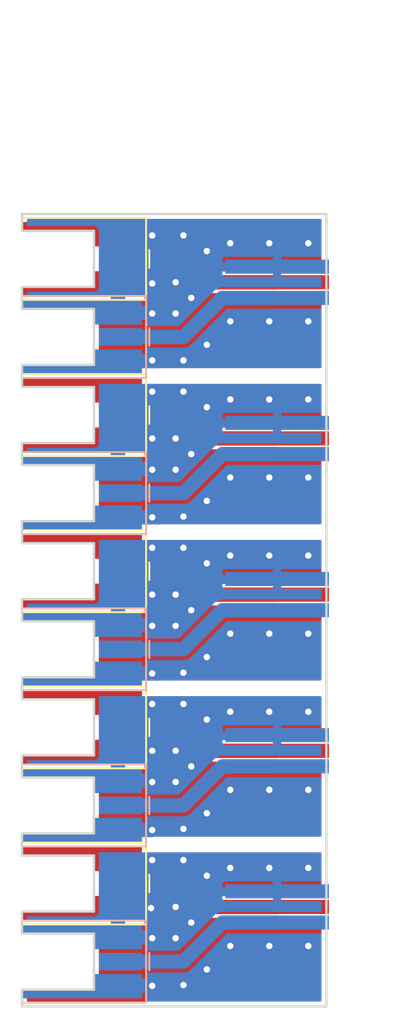
<source format=kicad_pcb>
(kicad_pcb (version 20171130) (host pcbnew "(5.0.2)-1")

  (general
    (thickness 1.1938)
    (drawings 47)
    (tracks 173)
    (zones 0)
    (modules 15)
    (nets 16)
  )

  (page A4)
  (layers
    (0 F.Cu signal)
    (31 B.Cu signal)
    (32 B.Adhes user)
    (33 F.Adhes user)
    (34 B.Paste user)
    (35 F.Paste user)
    (36 B.SilkS user)
    (37 F.SilkS user)
    (38 B.Mask user)
    (39 F.Mask user)
    (40 Dwgs.User user)
    (41 Cmts.User user)
    (42 Eco1.User user)
    (43 Eco2.User user)
    (44 Edge.Cuts user)
    (45 Margin user)
    (46 B.CrtYd user)
    (47 F.CrtYd user)
    (48 B.Fab user)
    (49 F.Fab user)
  )

  (setup
    (last_trace_width 0.89662)
    (trace_clearance 0.1778)
    (zone_clearance 0.2286)
    (zone_45_only no)
    (trace_min 0.1524)
    (segment_width 0.15)
    (edge_width 0.15)
    (via_size 0.8)
    (via_drill 0.4)
    (via_min_size 0.4)
    (via_min_drill 0.3)
    (uvia_size 0.3)
    (uvia_drill 0.1)
    (uvias_allowed no)
    (uvia_min_size 0.2)
    (uvia_min_drill 0.1)
    (pcb_text_width 0.3)
    (pcb_text_size 1.5 1.5)
    (mod_edge_width 0.15)
    (mod_text_size 1 1)
    (mod_text_width 0.15)
    (pad_size 6.477 0.6604)
    (pad_drill 0)
    (pad_to_mask_clearance 0.051)
    (solder_mask_min_width 0.25)
    (aux_axis_origin 0 0)
    (grid_origin 143.990985 24.610985)
    (visible_elements 7FFFFFFF)
    (pcbplotparams
      (layerselection 0x010c0_ffffffff)
      (usegerberextensions false)
      (usegerberattributes false)
      (usegerberadvancedattributes false)
      (creategerberjobfile false)
      (excludeedgelayer true)
      (linewidth 0.100000)
      (plotframeref false)
      (viasonmask false)
      (mode 1)
      (useauxorigin false)
      (hpglpennumber 1)
      (hpglpenspeed 20)
      (hpglpendiameter 15.000000)
      (psnegative false)
      (psa4output false)
      (plotreference true)
      (plotvalue true)
      (plotinvisibletext false)
      (padsonsilk false)
      (subtractmaskfromsilk false)
      (outputformat 1)
      (mirror false)
      (drillshape 0)
      (scaleselection 1)
      (outputdirectory ""))
  )

  (net 0 "")
  (net 1 "Net-(J1-Pad1)")
  (net 2 "Net-(J1-Pad2)")
  (net 3 "Net-(J4-Pad1)")
  (net 4 "Net-(J4-Pad2)")
  (net 5 "Net-(J7-Pad1)")
  (net 6 "Net-(J7-Pad2)")
  (net 7 "Net-(J10-Pad1)")
  (net 8 "Net-(J10-Pad2)")
  (net 9 "Net-(J13-Pad1)")
  (net 10 "Net-(J13-Pad2)")
  (net 11 "Net-(J2-Pad2)")
  (net 12 "Net-(J5-Pad2)")
  (net 13 "Net-(J8-Pad2)")
  (net 14 "Net-(J11-Pad2)")
  (net 15 "Net-(J14-Pad2)")

  (net_class Default "This is the default net class."
    (clearance 0.1778)
    (trace_width 0.89662)
    (via_dia 0.8)
    (via_drill 0.4)
    (uvia_dia 0.3)
    (uvia_drill 0.1)
    (add_net "Net-(J1-Pad1)")
    (add_net "Net-(J1-Pad2)")
    (add_net "Net-(J10-Pad1)")
    (add_net "Net-(J10-Pad2)")
    (add_net "Net-(J11-Pad2)")
    (add_net "Net-(J13-Pad1)")
    (add_net "Net-(J13-Pad2)")
    (add_net "Net-(J14-Pad2)")
    (add_net "Net-(J2-Pad2)")
    (add_net "Net-(J4-Pad1)")
    (add_net "Net-(J4-Pad2)")
    (add_net "Net-(J5-Pad2)")
    (add_net "Net-(J7-Pad1)")
    (add_net "Net-(J7-Pad2)")
    (add_net "Net-(J8-Pad2)")
  )

  (module MMCX_2DD-100P:2xCoax_to_2DD (layer B.Cu) (tedit 5D6EAF3B) (tstamp 5D6E7B48)
    (at 156.189135 26.074763)
    (path /5D65383A)
    (fp_text reference J2 (at 0 -0.5) (layer B.SilkS) hide
      (effects (font (size 1 1) (thickness 0.15)) (justify mirror))
    )
    (fp_text value Conn_01x03_Male (at 0 0.5) (layer B.Fab)
      (effects (font (size 1 1) (thickness 0.15)) (justify mirror))
    )
    (pad 1 smd rect (at 0 0.975855) (size 6.477 0.88392) (layers B.Cu B.Paste B.Mask)
      (net 1 "Net-(J1-Pad1)") (thermal_gap 0.1778))
    (pad 2 smd rect (at 0 0) (size 6.477 0.88392) (layers F.Cu F.Paste F.Mask)
      (net 11 "Net-(J2-Pad2)") (thermal_gap 0.1778))
    (pad 3 smd rect (at 0 -0.975855) (size 6.477 0.88392) (layers B.Cu B.Paste B.Mask)
      (net 2 "Net-(J1-Pad2)") (thermal_gap 0.1778))
  )

  (module MMCX_2DD-100P:2xCoax_to_2DD (layer B.Cu) (tedit 5D6EAF3B) (tstamp 5D697428)
    (at 156.189135 35.833283)
    (path /5D6544DC)
    (fp_text reference J5 (at 0 -0.5) (layer B.SilkS) hide
      (effects (font (size 1 1) (thickness 0.15)) (justify mirror))
    )
    (fp_text value Conn_01x03_Male (at 0 0.5) (layer B.Fab)
      (effects (font (size 1 1) (thickness 0.15)) (justify mirror))
    )
    (pad 1 smd rect (at 0 0.975855) (size 6.477 0.88392) (layers B.Cu B.Paste B.Mask)
      (net 3 "Net-(J4-Pad1)") (thermal_gap 0.1778))
    (pad 2 smd rect (at 0 0) (size 6.477 0.88392) (layers F.Cu F.Paste F.Mask)
      (net 12 "Net-(J5-Pad2)") (thermal_gap 0.1778))
    (pad 3 smd rect (at 0 -0.975855) (size 6.477 0.88392) (layers B.Cu B.Paste B.Mask)
      (net 4 "Net-(J4-Pad2)") (thermal_gap 0.1778))
  )

  (module MMCX_2DD-100P:2xCoax_to_2DD (layer B.Cu) (tedit 5D6EAF3B) (tstamp 5D6EB249)
    (at 156.189135 45.5918)
    (path /5D654565)
    (fp_text reference J8 (at 0 -0.5) (layer B.SilkS) hide
      (effects (font (size 1 1) (thickness 0.15)) (justify mirror))
    )
    (fp_text value Conn_01x03_Male (at 0 0.5) (layer B.Fab)
      (effects (font (size 1 1) (thickness 0.15)) (justify mirror))
    )
    (pad 1 smd rect (at 0 0.975855) (size 6.477 0.88392) (layers B.Cu B.Paste B.Mask)
      (net 5 "Net-(J7-Pad1)") (thermal_gap 0.1778))
    (pad 2 smd rect (at 0 0) (size 6.477 0.88392) (layers F.Cu F.Paste F.Mask)
      (net 13 "Net-(J8-Pad2)") (thermal_gap 0.1778))
    (pad 3 smd rect (at 0 -0.975855) (size 6.477 0.88392) (layers B.Cu B.Paste B.Mask)
      (net 6 "Net-(J7-Pad2)") (thermal_gap 0.1778))
  )

  (module MMCX_2DD-100P:2xCoax_to_2DD (layer B.Cu) (tedit 5D6EAF3B) (tstamp 5D6902F8)
    (at 156.189135 55.35032)
    (path /5D65469F)
    (fp_text reference J11 (at 0 -0.5) (layer B.SilkS) hide
      (effects (font (size 1 1) (thickness 0.15)) (justify mirror))
    )
    (fp_text value Conn_01x03_Male (at 0 0.5) (layer B.Fab)
      (effects (font (size 1 1) (thickness 0.15)) (justify mirror))
    )
    (pad 1 smd rect (at 0 0.975855) (size 6.477 0.88392) (layers B.Cu B.Paste B.Mask)
      (net 7 "Net-(J10-Pad1)") (thermal_gap 0.1778))
    (pad 2 smd rect (at 0 0) (size 6.477 0.88392) (layers F.Cu F.Paste F.Mask)
      (net 14 "Net-(J11-Pad2)") (thermal_gap 0.1778))
    (pad 3 smd rect (at 0 -0.975855) (size 6.477 0.88392) (layers B.Cu B.Paste B.Mask)
      (net 8 "Net-(J10-Pad2)") (thermal_gap 0.1778))
  )

  (module MMCX_2DD-100P:2xCoax_to_2DD (layer B.Cu) (tedit 5D6EAF3B) (tstamp 5D6E7988)
    (at 156.189135 65.108846)
    (path /5D6546B6)
    (fp_text reference J14 (at 0 -0.5) (layer B.SilkS) hide
      (effects (font (size 1 1) (thickness 0.15)) (justify mirror))
    )
    (fp_text value Conn_01x03_Male (at 0 0.5) (layer B.Fab)
      (effects (font (size 1 1) (thickness 0.15)) (justify mirror))
    )
    (pad 1 smd rect (at 0 0.975855) (size 6.477 0.88392) (layers B.Cu B.Paste B.Mask)
      (net 9 "Net-(J13-Pad1)") (thermal_gap 0.1778))
    (pad 2 smd rect (at 0 0) (size 6.477 0.88392) (layers F.Cu F.Paste F.Mask)
      (net 15 "Net-(J14-Pad2)") (thermal_gap 0.1778))
    (pad 3 smd rect (at 0 -0.975855) (size 6.477 0.88392) (layers B.Cu B.Paste B.Mask)
      (net 10 "Net-(J13-Pad2)") (thermal_gap 0.1778))
  )

  (module MMCX_2DD-100P:MMCX_EndLaunch_47mil_50ohm (layer B.Cu) (tedit 5D66DFFE) (tstamp 5D684825)
    (at 143.990985 29.490245)
    (descr "Molex MMCX Horizontal Coaxial https://www.molex.com/pdm_docs/sd/734150961_sd.pdf")
    (tags "Molex MMCX Horizontal Coaxial")
    (path /5D65391A)
    (attr smd)
    (fp_text reference J1 (at 0 3.5) (layer B.SilkS) hide
      (effects (font (size 1 1) (thickness 0.15)) (justify mirror))
    )
    (fp_text value Conn_Coaxial (at 0 -3.5) (layer B.Fab)
      (effects (font (size 1 1) (thickness 0.15)) (justify mirror))
    )
    (fp_text user %R (at -1.55 0) (layer B.Fab)
      (effects (font (size 1 1) (thickness 0.15)) (justify mirror))
    )
    (fp_line (start 0.75 1.75) (end -3.75 1.75) (layer Dwgs.User) (width 0.1))
    (fp_line (start 0.75 -1.75) (end 0.75 1.75) (layer Dwgs.User) (width 0.1))
    (fp_line (start -3.75 -1.75) (end 0.75 -1.75) (layer Dwgs.User) (width 0.1))
    (fp_line (start 3.18 0) (end 3.68 0.5) (layer B.Fab) (width 0.1))
    (fp_line (start -3.75 2.25) (end 3.68 2.25) (layer B.Fab) (width 0.1))
    (fp_line (start -3.75 2.25) (end -3.75 -2.25) (layer B.Fab) (width 0.1))
    (fp_line (start 3.18 0) (end 3.68 -0.5) (layer B.Fab) (width 0.1))
    (fp_line (start 3.68 -2.25) (end 3.68 -0.5) (layer B.Fab) (width 0.1))
    (fp_line (start -3.75 -2.25) (end 3.68 -2.25) (layer B.Fab) (width 0.1))
    (fp_line (start -3.75 -1.75) (end -3.75 1.75) (layer Dwgs.User) (width 0.1))
    (fp_text user "PCB edge" (at -3.35 0 -90) (layer Dwgs.User)
      (effects (font (size 0.4 0.4) (thickness 0.06)))
    )
    (fp_line (start -3.69 2.56) (end 4.01 2.56) (layer B.SilkS) (width 0.12))
    (fp_line (start 4.01 -2.56) (end 4.01 2.56) (layer B.SilkS) (width 0.12))
    (fp_line (start -3.69 -2.56) (end 4.01 -2.56) (layer B.SilkS) (width 0.12))
    (fp_line (start 3.68 0.5) (end 3.68 2.25) (layer B.Fab) (width 0.1))
    (fp_line (start 4.21 0.55) (end 4.21 -0.55) (layer B.SilkS) (width 0.12))
    (fp_line (start -4.25 2.8) (end -4.25 -2.8) (layer B.CrtYd) (width 0.05))
    (fp_line (start 4.25 2.8) (end 4.25 -2.8) (layer B.CrtYd) (width 0.05))
    (fp_line (start -4.25 -2.8) (end 4.25 -2.8) (layer B.CrtYd) (width 0.05))
    (fp_line (start -4.25 2.8) (end 4.25 2.8) (layer B.CrtYd) (width 0.05))
    (pad 1 smd rect (at 2.4024 0) (size 2.6952 1.0922) (layers B.Cu B.Paste B.Mask)
      (net 1 "Net-(J1-Pad1)") (thermal_gap 0.2286))
    (pad 2 smd custom (at 2.25 1.53735) (size 3 1.5253) (layers B.Cu B.Paste B.Mask)
      (net 2 "Net-(J1-Pad2)") (zone_connect 0)
      (options (clearance outline) (anchor rect))
      (primitives
        (gr_poly (pts
           (xy -6 0.76265) (xy -6 0.21265) (xy -1.5 0.21265) (xy -1.5 0.76265)) (width 0))
      ))
    (pad 2 smd custom (at 2.25 -1.53735) (size 3 1.5253) (layers B.Cu B.Paste B.Mask)
      (net 2 "Net-(J1-Pad2)") (zone_connect 0)
      (options (clearance outline) (anchor rect))
      (primitives
        (gr_poly (pts
           (xy -6 -0.21265) (xy -6 -0.76265) (xy -1.5 -0.76265) (xy -1.5 -0.21265)) (width 0))
      ))
    (model ${KISYS3DMOD}/Connector_Coaxial.3dshapes/MMCX_Molex_73415-0961_Horizontal.wrl
      (at (xyz 0 0 0))
      (scale (xyz 1 1 1))
      (rotate (xyz 0 0 0))
    )
  )

  (module MMCX_2DD-100P:MMCX_EndLaunch_47mil_50ohm (layer F.Cu) (tedit 5D66E312) (tstamp 5D6AF100)
    (at 143.990985 24.610985)
    (descr "Molex MMCX Horizontal Coaxial https://www.molex.com/pdm_docs/sd/734150961_sd.pdf")
    (tags "Molex MMCX Horizontal Coaxial")
    (path /5D653942)
    (attr smd)
    (fp_text reference J3 (at 0 -3.5) (layer F.SilkS) hide
      (effects (font (size 1 1) (thickness 0.15)))
    )
    (fp_text value Conn_Coaxial (at 0 3.5) (layer F.Fab)
      (effects (font (size 1 1) (thickness 0.15)))
    )
    (fp_text user %R (at -1.55 0) (layer F.Fab)
      (effects (font (size 1 1) (thickness 0.15)))
    )
    (fp_line (start 0.75 -1.75) (end -3.75 -1.75) (layer Dwgs.User) (width 0.1))
    (fp_line (start 0.75 1.75) (end 0.75 -1.75) (layer Dwgs.User) (width 0.1))
    (fp_line (start -3.75 1.75) (end 0.75 1.75) (layer Dwgs.User) (width 0.1))
    (fp_line (start 3.18 0) (end 3.68 -0.5) (layer F.Fab) (width 0.1))
    (fp_line (start -3.75 -2.25) (end 3.68 -2.25) (layer F.Fab) (width 0.1))
    (fp_line (start -3.75 -2.25) (end -3.75 2.25) (layer F.Fab) (width 0.1))
    (fp_line (start 3.18 0) (end 3.68 0.5) (layer F.Fab) (width 0.1))
    (fp_line (start 3.68 2.25) (end 3.68 0.5) (layer F.Fab) (width 0.1))
    (fp_line (start -3.75 2.25) (end 3.68 2.25) (layer F.Fab) (width 0.1))
    (fp_line (start -3.75 1.75) (end -3.75 -1.75) (layer Dwgs.User) (width 0.1))
    (fp_text user "PCB edge" (at -3.35 0 90) (layer Dwgs.User)
      (effects (font (size 0.4 0.4) (thickness 0.06)))
    )
    (fp_line (start -3.69 -2.56) (end 4.01 -2.56) (layer F.SilkS) (width 0.12))
    (fp_line (start 4.01 2.56) (end 4.01 -2.56) (layer F.SilkS) (width 0.12))
    (fp_line (start -3.69 2.56) (end 4.01 2.56) (layer F.SilkS) (width 0.12))
    (fp_line (start 3.68 -0.5) (end 3.68 -2.25) (layer F.Fab) (width 0.1))
    (fp_line (start 4.21 -0.55) (end 4.21 0.55) (layer F.SilkS) (width 0.12))
    (fp_line (start -4.25 -2.8) (end -4.25 2.8) (layer F.CrtYd) (width 0.05))
    (fp_line (start 4.25 -2.8) (end 4.25 2.8) (layer F.CrtYd) (width 0.05))
    (fp_line (start -4.25 2.8) (end 4.25 2.8) (layer F.CrtYd) (width 0.05))
    (fp_line (start -4.25 -2.8) (end 4.25 -2.8) (layer F.CrtYd) (width 0.05))
    (pad 1 smd rect (at 2.4024 0) (size 2.6952 1.0922) (layers F.Cu F.Paste F.Mask)
      (net 11 "Net-(J2-Pad2)") (thermal_gap 0.2286))
    (pad 2 smd custom (at 2.25 -1.53735) (size 3 1.5253) (layers F.Cu F.Paste F.Mask)
      (net 2 "Net-(J1-Pad2)") (zone_connect 0)
      (options (clearance outline) (anchor rect))
      (primitives
        (gr_poly (pts
           (xy -6 -0.76265) (xy -6 -0.21265) (xy -1.5 -0.21265) (xy -1.5 -0.76265)) (width 0))
      ))
    (pad 2 smd custom (at 2.25 1.53735) (size 3 1.5253) (layers F.Cu F.Paste F.Mask)
      (net 2 "Net-(J1-Pad2)") (zone_connect 0)
      (options (clearance outline) (anchor rect))
      (primitives
        (gr_poly (pts
           (xy -6 0.21265) (xy -6 0.76265) (xy -1.5 0.76265) (xy -1.5 0.21265)) (width 0))
      ))
    (model ${KISYS3DMOD}/Connector_Coaxial.3dshapes/MMCX_Molex_73415-0961_Horizontal.wrl
      (at (xyz 0 0 0))
      (scale (xyz 1 1 1))
      (rotate (xyz 0 0 0))
    )
  )

  (module MMCX_2DD-100P:MMCX_EndLaunch_47mil_50ohm (layer B.Cu) (tedit 5D66E009) (tstamp 5D6AF11B)
    (at 143.990985 39.248765)
    (descr "Molex MMCX Horizontal Coaxial https://www.molex.com/pdm_docs/sd/734150961_sd.pdf")
    (tags "Molex MMCX Horizontal Coaxial")
    (path /5D6544E2)
    (attr smd)
    (fp_text reference J4 (at 0 3.5) (layer B.SilkS) hide
      (effects (font (size 1 1) (thickness 0.15)) (justify mirror))
    )
    (fp_text value Conn_Coaxial (at 0 -3.5) (layer B.Fab)
      (effects (font (size 1 1) (thickness 0.15)) (justify mirror))
    )
    (fp_line (start -4.25 2.8) (end 4.25 2.8) (layer B.CrtYd) (width 0.05))
    (fp_line (start -4.25 -2.8) (end 4.25 -2.8) (layer B.CrtYd) (width 0.05))
    (fp_line (start 4.25 2.8) (end 4.25 -2.8) (layer B.CrtYd) (width 0.05))
    (fp_line (start -4.25 2.8) (end -4.25 -2.8) (layer B.CrtYd) (width 0.05))
    (fp_line (start 4.21 0.55) (end 4.21 -0.55) (layer B.SilkS) (width 0.12))
    (fp_line (start 3.68 0.5) (end 3.68 2.25) (layer B.Fab) (width 0.1))
    (fp_line (start -3.69 -2.56) (end 4.01 -2.56) (layer B.SilkS) (width 0.12))
    (fp_line (start 4.01 -2.56) (end 4.01 2.56) (layer B.SilkS) (width 0.12))
    (fp_line (start -3.69 2.56) (end 4.01 2.56) (layer B.SilkS) (width 0.12))
    (fp_text user "PCB edge" (at -3.35 0 -90) (layer Dwgs.User)
      (effects (font (size 0.4 0.4) (thickness 0.06)))
    )
    (fp_line (start -3.75 -1.75) (end -3.75 1.75) (layer Dwgs.User) (width 0.1))
    (fp_line (start -3.75 -2.25) (end 3.68 -2.25) (layer B.Fab) (width 0.1))
    (fp_line (start 3.68 -2.25) (end 3.68 -0.5) (layer B.Fab) (width 0.1))
    (fp_line (start 3.18 0) (end 3.68 -0.5) (layer B.Fab) (width 0.1))
    (fp_line (start -3.75 2.25) (end -3.75 -2.25) (layer B.Fab) (width 0.1))
    (fp_line (start -3.75 2.25) (end 3.68 2.25) (layer B.Fab) (width 0.1))
    (fp_line (start 3.18 0) (end 3.68 0.5) (layer B.Fab) (width 0.1))
    (fp_line (start -3.75 -1.75) (end 0.75 -1.75) (layer Dwgs.User) (width 0.1))
    (fp_line (start 0.75 -1.75) (end 0.75 1.75) (layer Dwgs.User) (width 0.1))
    (fp_line (start 0.75 1.75) (end -3.75 1.75) (layer Dwgs.User) (width 0.1))
    (fp_text user %R (at -1.55 0) (layer B.Fab)
      (effects (font (size 1 1) (thickness 0.15)) (justify mirror))
    )
    (pad 2 smd custom (at 2.25 -1.53735) (size 3 1.5253) (layers B.Cu B.Paste B.Mask)
      (net 4 "Net-(J4-Pad2)") (zone_connect 0)
      (options (clearance outline) (anchor rect))
      (primitives
        (gr_poly (pts
           (xy -6 -0.21265) (xy -6 -0.76265) (xy -1.5 -0.76265) (xy -1.5 -0.21265)) (width 0))
      ))
    (pad 2 smd custom (at 2.25 1.53735) (size 3 1.5253) (layers B.Cu B.Paste B.Mask)
      (net 4 "Net-(J4-Pad2)") (zone_connect 0)
      (options (clearance outline) (anchor rect))
      (primitives
        (gr_poly (pts
           (xy -6 0.76265) (xy -6 0.21265) (xy -1.5 0.21265) (xy -1.5 0.76265)) (width 0))
      ))
    (pad 1 smd rect (at 2.4024 0) (size 2.6952 1.0922) (layers B.Cu B.Paste B.Mask)
      (net 3 "Net-(J4-Pad1)") (thermal_gap 0.2286))
    (model ${KISYS3DMOD}/Connector_Coaxial.3dshapes/MMCX_Molex_73415-0961_Horizontal.wrl
      (at (xyz 0 0 0))
      (scale (xyz 1 1 1))
      (rotate (xyz 0 0 0))
    )
  )

  (module MMCX_2DD-100P:MMCX_EndLaunch_47mil_50ohm (layer F.Cu) (tedit 5D67CB83) (tstamp 5D6AF136)
    (at 143.990985 34.369505)
    (descr "Molex MMCX Horizontal Coaxial https://www.molex.com/pdm_docs/sd/734150961_sd.pdf")
    (tags "Molex MMCX Horizontal Coaxial")
    (path /5D6544E8)
    (attr smd)
    (fp_text reference J6 (at 0 -3.5) (layer F.SilkS) hide
      (effects (font (size 1 1) (thickness 0.15)))
    )
    (fp_text value Conn_Coaxial (at 0 3.5) (layer F.Fab)
      (effects (font (size 1 1) (thickness 0.15)))
    )
    (fp_line (start -4.25 -2.8) (end 4.25 -2.8) (layer F.CrtYd) (width 0.05))
    (fp_line (start -4.25 2.8) (end 4.25 2.8) (layer F.CrtYd) (width 0.05))
    (fp_line (start 4.25 -2.8) (end 4.25 2.8) (layer F.CrtYd) (width 0.05))
    (fp_line (start -4.25 -2.8) (end -4.25 2.8) (layer F.CrtYd) (width 0.05))
    (fp_line (start 4.21 -0.55) (end 4.21 0.55) (layer F.SilkS) (width 0.12))
    (fp_line (start 3.68 -0.5) (end 3.68 -2.25) (layer F.Fab) (width 0.1))
    (fp_line (start -3.69 2.56) (end 4.01 2.56) (layer F.SilkS) (width 0.12))
    (fp_line (start 4.01 2.56) (end 4.01 -2.56) (layer F.SilkS) (width 0.12))
    (fp_line (start -3.69 -2.56) (end 4.01 -2.56) (layer F.SilkS) (width 0.12))
    (fp_text user "PCB edge" (at -3.35 0 90) (layer Dwgs.User)
      (effects (font (size 0.4 0.4) (thickness 0.06)))
    )
    (fp_line (start -3.75 1.75) (end -3.75 -1.75) (layer Dwgs.User) (width 0.1))
    (fp_line (start -3.75 2.25) (end 3.68 2.25) (layer F.Fab) (width 0.1))
    (fp_line (start 3.68 2.25) (end 3.68 0.5) (layer F.Fab) (width 0.1))
    (fp_line (start 3.18 0) (end 3.68 0.5) (layer F.Fab) (width 0.1))
    (fp_line (start -3.75 -2.25) (end -3.75 2.25) (layer F.Fab) (width 0.1))
    (fp_line (start -3.75 -2.25) (end 3.68 -2.25) (layer F.Fab) (width 0.1))
    (fp_line (start 3.18 0) (end 3.68 -0.5) (layer F.Fab) (width 0.1))
    (fp_line (start -3.75 1.75) (end 0.75 1.75) (layer Dwgs.User) (width 0.1))
    (fp_line (start 0.75 1.75) (end 0.75 -1.75) (layer Dwgs.User) (width 0.1))
    (fp_line (start 0.75 -1.75) (end -3.75 -1.75) (layer Dwgs.User) (width 0.1))
    (fp_text user %R (at -1.55 0) (layer F.Fab)
      (effects (font (size 1 1) (thickness 0.15)))
    )
    (pad 2 smd custom (at 2.25 1.53735) (size 3 1.5253) (layers F.Cu F.Paste F.Mask)
      (net 4 "Net-(J4-Pad2)") (zone_connect 0)
      (options (clearance outline) (anchor rect))
      (primitives
        (gr_poly (pts
           (xy -6 0.21265) (xy -6 0.76265) (xy -1.5 0.76265) (xy -1.5 0.21265)) (width 0))
      ))
    (pad 2 smd custom (at 2.25 -1.53735) (size 3 1.5253) (layers F.Cu F.Paste F.Mask)
      (net 4 "Net-(J4-Pad2)") (zone_connect 0)
      (options (clearance outline) (anchor rect))
      (primitives
        (gr_poly (pts
           (xy -6 -0.76265) (xy -6 -0.21265) (xy -1.5 -0.21265) (xy -1.5 -0.76265)) (width 0))
      ))
    (pad 1 smd rect (at 2.4024 0) (size 2.6952 1.0922) (layers F.Cu F.Paste F.Mask)
      (net 12 "Net-(J5-Pad2)") (thermal_gap 0.2286))
    (model ${KISYS3DMOD}/Connector_Coaxial.3dshapes/MMCX_Molex_73415-0961_Horizontal.wrl
      (at (xyz 0 0 0))
      (scale (xyz 1 1 1))
      (rotate (xyz 0 0 0))
    )
  )

  (module MMCX_2DD-100P:MMCX_EndLaunch_47mil_50ohm (layer B.Cu) (tedit 5D66E010) (tstamp 5D6AF151)
    (at 143.990985 49.007285)
    (descr "Molex MMCX Horizontal Coaxial https://www.molex.com/pdm_docs/sd/734150961_sd.pdf")
    (tags "Molex MMCX Horizontal Coaxial")
    (path /5D65456B)
    (attr smd)
    (fp_text reference J7 (at 0 3.5) (layer B.SilkS) hide
      (effects (font (size 1 1) (thickness 0.15)) (justify mirror))
    )
    (fp_text value Conn_Coaxial (at 0 -3.5) (layer B.Fab)
      (effects (font (size 1 1) (thickness 0.15)) (justify mirror))
    )
    (fp_line (start -4.25 2.8) (end 4.25 2.8) (layer B.CrtYd) (width 0.05))
    (fp_line (start -4.25 -2.8) (end 4.25 -2.8) (layer B.CrtYd) (width 0.05))
    (fp_line (start 4.25 2.8) (end 4.25 -2.8) (layer B.CrtYd) (width 0.05))
    (fp_line (start -4.25 2.8) (end -4.25 -2.8) (layer B.CrtYd) (width 0.05))
    (fp_line (start 4.21 0.55) (end 4.21 -0.55) (layer B.SilkS) (width 0.12))
    (fp_line (start 3.68 0.5) (end 3.68 2.25) (layer B.Fab) (width 0.1))
    (fp_line (start -3.69 -2.56) (end 4.01 -2.56) (layer B.SilkS) (width 0.12))
    (fp_line (start 4.01 -2.56) (end 4.01 2.56) (layer B.SilkS) (width 0.12))
    (fp_line (start -3.69 2.56) (end 4.01 2.56) (layer B.SilkS) (width 0.12))
    (fp_text user "PCB edge" (at -3.35 0 -90) (layer Dwgs.User)
      (effects (font (size 0.4 0.4) (thickness 0.06)))
    )
    (fp_line (start -3.75 -1.75) (end -3.75 1.75) (layer Dwgs.User) (width 0.1))
    (fp_line (start -3.75 -2.25) (end 3.68 -2.25) (layer B.Fab) (width 0.1))
    (fp_line (start 3.68 -2.25) (end 3.68 -0.5) (layer B.Fab) (width 0.1))
    (fp_line (start 3.18 0) (end 3.68 -0.5) (layer B.Fab) (width 0.1))
    (fp_line (start -3.75 2.25) (end -3.75 -2.25) (layer B.Fab) (width 0.1))
    (fp_line (start -3.75 2.25) (end 3.68 2.25) (layer B.Fab) (width 0.1))
    (fp_line (start 3.18 0) (end 3.68 0.5) (layer B.Fab) (width 0.1))
    (fp_line (start -3.75 -1.75) (end 0.75 -1.75) (layer Dwgs.User) (width 0.1))
    (fp_line (start 0.75 -1.75) (end 0.75 1.75) (layer Dwgs.User) (width 0.1))
    (fp_line (start 0.75 1.75) (end -3.75 1.75) (layer Dwgs.User) (width 0.1))
    (fp_text user %R (at -1.55 0) (layer B.Fab)
      (effects (font (size 1 1) (thickness 0.15)) (justify mirror))
    )
    (pad 2 smd custom (at 2.25 -1.53735) (size 3 1.5253) (layers B.Cu B.Paste B.Mask)
      (net 6 "Net-(J7-Pad2)") (zone_connect 0)
      (options (clearance outline) (anchor rect))
      (primitives
        (gr_poly (pts
           (xy -6 -0.21265) (xy -6 -0.76265) (xy -1.5 -0.76265) (xy -1.5 -0.21265)) (width 0))
      ))
    (pad 2 smd custom (at 2.25 1.53735) (size 3 1.5253) (layers B.Cu B.Paste B.Mask)
      (net 6 "Net-(J7-Pad2)") (zone_connect 0)
      (options (clearance outline) (anchor rect))
      (primitives
        (gr_poly (pts
           (xy -6 0.76265) (xy -6 0.21265) (xy -1.5 0.21265) (xy -1.5 0.76265)) (width 0))
      ))
    (pad 1 smd rect (at 2.4024 0) (size 2.6952 1.0922) (layers B.Cu B.Paste B.Mask)
      (net 5 "Net-(J7-Pad1)") (thermal_gap 0.2286))
    (model ${KISYS3DMOD}/Connector_Coaxial.3dshapes/MMCX_Molex_73415-0961_Horizontal.wrl
      (at (xyz 0 0 0))
      (scale (xyz 1 1 1))
      (rotate (xyz 0 0 0))
    )
  )

  (module MMCX_2DD-100P:MMCX_EndLaunch_47mil_50ohm (layer F.Cu) (tedit 5D67CB7D) (tstamp 5D6AF16C)
    (at 143.990985 44.128025)
    (descr "Molex MMCX Horizontal Coaxial https://www.molex.com/pdm_docs/sd/734150961_sd.pdf")
    (tags "Molex MMCX Horizontal Coaxial")
    (path /5D654571)
    (attr smd)
    (fp_text reference J9 (at 0 -3.5) (layer F.SilkS) hide
      (effects (font (size 1 1) (thickness 0.15)))
    )
    (fp_text value Conn_Coaxial (at 0 3.5) (layer F.Fab)
      (effects (font (size 1 1) (thickness 0.15)))
    )
    (fp_line (start -4.25 -2.8) (end 4.25 -2.8) (layer F.CrtYd) (width 0.05))
    (fp_line (start -4.25 2.8) (end 4.25 2.8) (layer F.CrtYd) (width 0.05))
    (fp_line (start 4.25 -2.8) (end 4.25 2.8) (layer F.CrtYd) (width 0.05))
    (fp_line (start -4.25 -2.8) (end -4.25 2.8) (layer F.CrtYd) (width 0.05))
    (fp_line (start 4.21 -0.55) (end 4.21 0.55) (layer F.SilkS) (width 0.12))
    (fp_line (start 3.68 -0.5) (end 3.68 -2.25) (layer F.Fab) (width 0.1))
    (fp_line (start -3.69 2.56) (end 4.01 2.56) (layer F.SilkS) (width 0.12))
    (fp_line (start 4.01 2.56) (end 4.01 -2.56) (layer F.SilkS) (width 0.12))
    (fp_line (start -3.69 -2.56) (end 4.01 -2.56) (layer F.SilkS) (width 0.12))
    (fp_text user "PCB edge" (at -3.35 0 90) (layer Dwgs.User)
      (effects (font (size 0.4 0.4) (thickness 0.06)))
    )
    (fp_line (start -3.75 1.75) (end -3.75 -1.75) (layer Dwgs.User) (width 0.1))
    (fp_line (start -3.75 2.25) (end 3.68 2.25) (layer F.Fab) (width 0.1))
    (fp_line (start 3.68 2.25) (end 3.68 0.5) (layer F.Fab) (width 0.1))
    (fp_line (start 3.18 0) (end 3.68 0.5) (layer F.Fab) (width 0.1))
    (fp_line (start -3.75 -2.25) (end -3.75 2.25) (layer F.Fab) (width 0.1))
    (fp_line (start -3.75 -2.25) (end 3.68 -2.25) (layer F.Fab) (width 0.1))
    (fp_line (start 3.18 0) (end 3.68 -0.5) (layer F.Fab) (width 0.1))
    (fp_line (start -3.75 1.75) (end 0.75 1.75) (layer Dwgs.User) (width 0.1))
    (fp_line (start 0.75 1.75) (end 0.75 -1.75) (layer Dwgs.User) (width 0.1))
    (fp_line (start 0.75 -1.75) (end -3.75 -1.75) (layer Dwgs.User) (width 0.1))
    (fp_text user %R (at -1.55 0) (layer F.Fab)
      (effects (font (size 1 1) (thickness 0.15)))
    )
    (pad 2 smd custom (at 2.25 1.53735) (size 3 1.5253) (layers F.Cu F.Paste F.Mask)
      (net 6 "Net-(J7-Pad2)") (zone_connect 0)
      (options (clearance outline) (anchor rect))
      (primitives
        (gr_poly (pts
           (xy -6 0.21265) (xy -6 0.76265) (xy -1.5 0.76265) (xy -1.5 0.21265)) (width 0))
      ))
    (pad 2 smd custom (at 2.25 -1.53735) (size 3 1.5253) (layers F.Cu F.Paste F.Mask)
      (net 6 "Net-(J7-Pad2)") (zone_connect 0)
      (options (clearance outline) (anchor rect))
      (primitives
        (gr_poly (pts
           (xy -6 -0.76265) (xy -6 -0.21265) (xy -1.5 -0.21265) (xy -1.5 -0.76265)) (width 0))
      ))
    (pad 1 smd rect (at 2.4024 0) (size 2.6952 1.0922) (layers F.Cu F.Paste F.Mask)
      (net 13 "Net-(J8-Pad2)") (thermal_gap 0.2286))
    (model ${KISYS3DMOD}/Connector_Coaxial.3dshapes/MMCX_Molex_73415-0961_Horizontal.wrl
      (at (xyz 0 0 0))
      (scale (xyz 1 1 1))
      (rotate (xyz 0 0 0))
    )
  )

  (module MMCX_2DD-100P:MMCX_EndLaunch_47mil_50ohm (layer B.Cu) (tedit 5D66E015) (tstamp 5D6AF187)
    (at 143.990985 58.765805)
    (descr "Molex MMCX Horizontal Coaxial https://www.molex.com/pdm_docs/sd/734150961_sd.pdf")
    (tags "Molex MMCX Horizontal Coaxial")
    (path /5D6546A5)
    (attr smd)
    (fp_text reference J10 (at 0 3.5) (layer B.SilkS) hide
      (effects (font (size 1 1) (thickness 0.15)) (justify mirror))
    )
    (fp_text value Conn_Coaxial (at 0 -3.5) (layer B.Fab)
      (effects (font (size 1 1) (thickness 0.15)) (justify mirror))
    )
    (fp_line (start -4.25 2.8) (end 4.25 2.8) (layer B.CrtYd) (width 0.05))
    (fp_line (start -4.25 -2.8) (end 4.25 -2.8) (layer B.CrtYd) (width 0.05))
    (fp_line (start 4.25 2.8) (end 4.25 -2.8) (layer B.CrtYd) (width 0.05))
    (fp_line (start -4.25 2.8) (end -4.25 -2.8) (layer B.CrtYd) (width 0.05))
    (fp_line (start 4.21 0.55) (end 4.21 -0.55) (layer B.SilkS) (width 0.12))
    (fp_line (start 3.68 0.5) (end 3.68 2.25) (layer B.Fab) (width 0.1))
    (fp_line (start -3.69 -2.56) (end 4.01 -2.56) (layer B.SilkS) (width 0.12))
    (fp_line (start 4.01 -2.56) (end 4.01 2.56) (layer B.SilkS) (width 0.12))
    (fp_line (start -3.69 2.56) (end 4.01 2.56) (layer B.SilkS) (width 0.12))
    (fp_text user "PCB edge" (at -3.35 0 -90) (layer Dwgs.User)
      (effects (font (size 0.4 0.4) (thickness 0.06)))
    )
    (fp_line (start -3.75 -1.75) (end -3.75 1.75) (layer Dwgs.User) (width 0.1))
    (fp_line (start -3.75 -2.25) (end 3.68 -2.25) (layer B.Fab) (width 0.1))
    (fp_line (start 3.68 -2.25) (end 3.68 -0.5) (layer B.Fab) (width 0.1))
    (fp_line (start 3.18 0) (end 3.68 -0.5) (layer B.Fab) (width 0.1))
    (fp_line (start -3.75 2.25) (end -3.75 -2.25) (layer B.Fab) (width 0.1))
    (fp_line (start -3.75 2.25) (end 3.68 2.25) (layer B.Fab) (width 0.1))
    (fp_line (start 3.18 0) (end 3.68 0.5) (layer B.Fab) (width 0.1))
    (fp_line (start -3.75 -1.75) (end 0.75 -1.75) (layer Dwgs.User) (width 0.1))
    (fp_line (start 0.75 -1.75) (end 0.75 1.75) (layer Dwgs.User) (width 0.1))
    (fp_line (start 0.75 1.75) (end -3.75 1.75) (layer Dwgs.User) (width 0.1))
    (fp_text user %R (at -1.55 0) (layer B.Fab)
      (effects (font (size 1 1) (thickness 0.15)) (justify mirror))
    )
    (pad 2 smd custom (at 2.25 -1.53735) (size 3 1.5253) (layers B.Cu B.Paste B.Mask)
      (net 8 "Net-(J10-Pad2)") (zone_connect 0)
      (options (clearance outline) (anchor rect))
      (primitives
        (gr_poly (pts
           (xy -6 -0.21265) (xy -6 -0.76265) (xy -1.5 -0.76265) (xy -1.5 -0.21265)) (width 0))
      ))
    (pad 2 smd custom (at 2.25 1.53735) (size 3 1.5253) (layers B.Cu B.Paste B.Mask)
      (net 8 "Net-(J10-Pad2)") (zone_connect 0)
      (options (clearance outline) (anchor rect))
      (primitives
        (gr_poly (pts
           (xy -6 0.76265) (xy -6 0.21265) (xy -1.5 0.21265) (xy -1.5 0.76265)) (width 0))
      ))
    (pad 1 smd rect (at 2.4024 0) (size 2.6952 1.0922) (layers B.Cu B.Paste B.Mask)
      (net 7 "Net-(J10-Pad1)") (thermal_gap 0.2286))
    (model ${KISYS3DMOD}/Connector_Coaxial.3dshapes/MMCX_Molex_73415-0961_Horizontal.wrl
      (at (xyz 0 0 0))
      (scale (xyz 1 1 1))
      (rotate (xyz 0 0 0))
    )
  )

  (module MMCX_2DD-100P:MMCX_EndLaunch_47mil_50ohm (layer F.Cu) (tedit 5D67CB6E) (tstamp 5D682137)
    (at 143.990985 53.886545)
    (descr "Molex MMCX Horizontal Coaxial https://www.molex.com/pdm_docs/sd/734150961_sd.pdf")
    (tags "Molex MMCX Horizontal Coaxial")
    (path /5D6546AB)
    (attr smd)
    (fp_text reference J12 (at 0 -3.5) (layer F.SilkS) hide
      (effects (font (size 1 1) (thickness 0.15)))
    )
    (fp_text value Conn_Coaxial (at 0 3.5) (layer F.Fab)
      (effects (font (size 1 1) (thickness 0.15)))
    )
    (fp_line (start -4.25 -2.8) (end 4.25 -2.8) (layer F.CrtYd) (width 0.05))
    (fp_line (start -4.25 2.8) (end 4.25 2.8) (layer F.CrtYd) (width 0.05))
    (fp_line (start 4.25 -2.8) (end 4.25 2.8) (layer F.CrtYd) (width 0.05))
    (fp_line (start -4.25 -2.8) (end -4.25 2.8) (layer F.CrtYd) (width 0.05))
    (fp_line (start 4.21 -0.55) (end 4.21 0.55) (layer F.SilkS) (width 0.12))
    (fp_line (start 3.68 -0.5) (end 3.68 -2.25) (layer F.Fab) (width 0.1))
    (fp_line (start -3.69 2.56) (end 4.01 2.56) (layer F.SilkS) (width 0.12))
    (fp_line (start 4.01 2.56) (end 4.01 -2.56) (layer F.SilkS) (width 0.12))
    (fp_line (start -3.69 -2.56) (end 4.01 -2.56) (layer F.SilkS) (width 0.12))
    (fp_text user "PCB edge" (at -3.35 0 90) (layer Dwgs.User)
      (effects (font (size 0.4 0.4) (thickness 0.06)))
    )
    (fp_line (start -3.75 1.75) (end -3.75 -1.75) (layer Dwgs.User) (width 0.1))
    (fp_line (start -3.75 2.25) (end 3.68 2.25) (layer F.Fab) (width 0.1))
    (fp_line (start 3.68 2.25) (end 3.68 0.5) (layer F.Fab) (width 0.1))
    (fp_line (start 3.18 0) (end 3.68 0.5) (layer F.Fab) (width 0.1))
    (fp_line (start -3.75 -2.25) (end -3.75 2.25) (layer F.Fab) (width 0.1))
    (fp_line (start -3.75 -2.25) (end 3.68 -2.25) (layer F.Fab) (width 0.1))
    (fp_line (start 3.18 0) (end 3.68 -0.5) (layer F.Fab) (width 0.1))
    (fp_line (start -3.75 1.75) (end 0.75 1.75) (layer Dwgs.User) (width 0.1))
    (fp_line (start 0.75 1.75) (end 0.75 -1.75) (layer Dwgs.User) (width 0.1))
    (fp_line (start 0.75 -1.75) (end -3.75 -1.75) (layer Dwgs.User) (width 0.1))
    (fp_text user %R (at -1.55 0) (layer F.Fab)
      (effects (font (size 1 1) (thickness 0.15)))
    )
    (pad 2 smd custom (at 2.25 1.53735) (size 3 1.5253) (layers F.Cu F.Paste F.Mask)
      (net 8 "Net-(J10-Pad2)") (zone_connect 0)
      (options (clearance outline) (anchor rect))
      (primitives
        (gr_poly (pts
           (xy -6 0.21265) (xy -6 0.76265) (xy -1.5 0.76265) (xy -1.5 0.21265)) (width 0))
      ))
    (pad 2 smd custom (at 2.25 -1.53735) (size 3 1.5253) (layers F.Cu F.Paste F.Mask)
      (net 8 "Net-(J10-Pad2)") (zone_connect 0)
      (options (clearance outline) (anchor rect))
      (primitives
        (gr_poly (pts
           (xy -6 -0.76265) (xy -6 -0.21265) (xy -1.5 -0.21265) (xy -1.5 -0.76265)) (width 0))
      ))
    (pad 1 smd rect (at 2.4024 0) (size 2.6952 1.0922) (layers F.Cu F.Paste F.Mask)
      (net 14 "Net-(J11-Pad2)") (thermal_gap 0.2286))
    (model ${KISYS3DMOD}/Connector_Coaxial.3dshapes/MMCX_Molex_73415-0961_Horizontal.wrl
      (at (xyz 0 0 0))
      (scale (xyz 1 1 1))
      (rotate (xyz 0 0 0))
    )
  )

  (module MMCX_2DD-100P:MMCX_EndLaunch_47mil_50ohm (layer B.Cu) (tedit 5D66E01B) (tstamp 5D684A98)
    (at 143.990985 68.524325)
    (descr "Molex MMCX Horizontal Coaxial https://www.molex.com/pdm_docs/sd/734150961_sd.pdf")
    (tags "Molex MMCX Horizontal Coaxial")
    (path /5D6546BC)
    (attr smd)
    (fp_text reference J13 (at 0 3.5) (layer B.SilkS) hide
      (effects (font (size 1 1) (thickness 0.15)) (justify mirror))
    )
    (fp_text value Conn_Coaxial (at 0 -3.5) (layer B.Fab)
      (effects (font (size 1 1) (thickness 0.15)) (justify mirror))
    )
    (fp_line (start -4.25 2.8) (end 4.25 2.8) (layer B.CrtYd) (width 0.05))
    (fp_line (start -4.25 -2.8) (end 4.25 -2.8) (layer B.CrtYd) (width 0.05))
    (fp_line (start 4.25 2.8) (end 4.25 -2.8) (layer B.CrtYd) (width 0.05))
    (fp_line (start -4.25 2.8) (end -4.25 -2.8) (layer B.CrtYd) (width 0.05))
    (fp_line (start 4.21 0.55) (end 4.21 -0.55) (layer B.SilkS) (width 0.12))
    (fp_line (start 3.68 0.5) (end 3.68 2.25) (layer B.Fab) (width 0.1))
    (fp_line (start -3.69 -2.56) (end 4.01 -2.56) (layer B.SilkS) (width 0.12))
    (fp_line (start 4.01 -2.56) (end 4.01 2.56) (layer B.SilkS) (width 0.12))
    (fp_line (start -3.69 2.56) (end 4.01 2.56) (layer B.SilkS) (width 0.12))
    (fp_text user "PCB edge" (at -3.35 0 -90) (layer Dwgs.User)
      (effects (font (size 0.4 0.4) (thickness 0.06)))
    )
    (fp_line (start -3.75 -1.75) (end -3.75 1.75) (layer Dwgs.User) (width 0.1))
    (fp_line (start -3.75 -2.25) (end 3.68 -2.25) (layer B.Fab) (width 0.1))
    (fp_line (start 3.68 -2.25) (end 3.68 -0.5) (layer B.Fab) (width 0.1))
    (fp_line (start 3.18 0) (end 3.68 -0.5) (layer B.Fab) (width 0.1))
    (fp_line (start -3.75 2.25) (end -3.75 -2.25) (layer B.Fab) (width 0.1))
    (fp_line (start -3.75 2.25) (end 3.68 2.25) (layer B.Fab) (width 0.1))
    (fp_line (start 3.18 0) (end 3.68 0.5) (layer B.Fab) (width 0.1))
    (fp_line (start -3.75 -1.75) (end 0.75 -1.75) (layer Dwgs.User) (width 0.1))
    (fp_line (start 0.75 -1.75) (end 0.75 1.75) (layer Dwgs.User) (width 0.1))
    (fp_line (start 0.75 1.75) (end -3.75 1.75) (layer Dwgs.User) (width 0.1))
    (fp_text user %R (at -1.55 0) (layer B.Fab)
      (effects (font (size 1 1) (thickness 0.15)) (justify mirror))
    )
    (pad 2 smd custom (at 2.25 -1.53735) (size 3 1.5253) (layers B.Cu B.Paste B.Mask)
      (net 10 "Net-(J13-Pad2)") (zone_connect 0)
      (options (clearance outline) (anchor rect))
      (primitives
        (gr_poly (pts
           (xy -6 -0.21265) (xy -6 -0.76265) (xy -1.5 -0.76265) (xy -1.5 -0.21265)) (width 0))
      ))
    (pad 2 smd custom (at 2.25 1.53735) (size 3 1.5253) (layers B.Cu B.Paste B.Mask)
      (net 10 "Net-(J13-Pad2)") (zone_connect 0)
      (options (clearance outline) (anchor rect))
      (primitives
        (gr_poly (pts
           (xy -6 0.76265) (xy -6 0.21265) (xy -1.5 0.21265) (xy -1.5 0.76265)) (width 0))
      ))
    (pad 1 smd rect (at 2.4024 0) (size 2.6952 1.0922) (layers B.Cu B.Paste B.Mask)
      (net 9 "Net-(J13-Pad1)") (thermal_gap 0.2286))
    (model ${KISYS3DMOD}/Connector_Coaxial.3dshapes/MMCX_Molex_73415-0961_Horizontal.wrl
      (at (xyz 0 0 0))
      (scale (xyz 1 1 1))
      (rotate (xyz 0 0 0))
    )
  )

  (module MMCX_2DD-100P:MMCX_EndLaunch_47mil_50ohm (layer F.Cu) (tedit 5D67CB74) (tstamp 5D6821F6)
    (at 143.990985 63.645065)
    (descr "Molex MMCX Horizontal Coaxial https://www.molex.com/pdm_docs/sd/734150961_sd.pdf")
    (tags "Molex MMCX Horizontal Coaxial")
    (path /5D6546C2)
    (attr smd)
    (fp_text reference J15 (at 0 -3.5) (layer F.SilkS) hide
      (effects (font (size 1 1) (thickness 0.15)))
    )
    (fp_text value Conn_Coaxial (at 0 3.5) (layer F.Fab)
      (effects (font (size 1 1) (thickness 0.15)))
    )
    (fp_line (start -4.25 -2.8) (end 4.25 -2.8) (layer F.CrtYd) (width 0.05))
    (fp_line (start -4.25 2.8) (end 4.25 2.8) (layer F.CrtYd) (width 0.05))
    (fp_line (start 4.25 -2.8) (end 4.25 2.8) (layer F.CrtYd) (width 0.05))
    (fp_line (start -4.25 -2.8) (end -4.25 2.8) (layer F.CrtYd) (width 0.05))
    (fp_line (start 4.21 -0.55) (end 4.21 0.55) (layer F.SilkS) (width 0.12))
    (fp_line (start 3.68 -0.5) (end 3.68 -2.25) (layer F.Fab) (width 0.1))
    (fp_line (start -3.69 2.56) (end 4.01 2.56) (layer F.SilkS) (width 0.12))
    (fp_line (start 4.01 2.56) (end 4.01 -2.56) (layer F.SilkS) (width 0.12))
    (fp_line (start -3.69 -2.56) (end 4.01 -2.56) (layer F.SilkS) (width 0.12))
    (fp_text user "PCB edge" (at -3.35 0 90) (layer Dwgs.User)
      (effects (font (size 0.4 0.4) (thickness 0.06)))
    )
    (fp_line (start -3.75 1.75) (end -3.75 -1.75) (layer Dwgs.User) (width 0.1))
    (fp_line (start -3.75 2.25) (end 3.68 2.25) (layer F.Fab) (width 0.1))
    (fp_line (start 3.68 2.25) (end 3.68 0.5) (layer F.Fab) (width 0.1))
    (fp_line (start 3.18 0) (end 3.68 0.5) (layer F.Fab) (width 0.1))
    (fp_line (start -3.75 -2.25) (end -3.75 2.25) (layer F.Fab) (width 0.1))
    (fp_line (start -3.75 -2.25) (end 3.68 -2.25) (layer F.Fab) (width 0.1))
    (fp_line (start 3.18 0) (end 3.68 -0.5) (layer F.Fab) (width 0.1))
    (fp_line (start -3.75 1.75) (end 0.75 1.75) (layer Dwgs.User) (width 0.1))
    (fp_line (start 0.75 1.75) (end 0.75 -1.75) (layer Dwgs.User) (width 0.1))
    (fp_line (start 0.75 -1.75) (end -3.75 -1.75) (layer Dwgs.User) (width 0.1))
    (fp_text user %R (at -1.55 0) (layer F.Fab)
      (effects (font (size 1 1) (thickness 0.15)))
    )
    (pad 2 smd custom (at 2.25 1.53735) (size 3 1.5253) (layers F.Cu F.Paste F.Mask)
      (net 10 "Net-(J13-Pad2)") (zone_connect 0)
      (options (clearance outline) (anchor rect))
      (primitives
        (gr_poly (pts
           (xy -6 0.21265) (xy -6 0.76265) (xy -1.5 0.76265) (xy -1.5 0.21265)) (width 0))
      ))
    (pad 2 smd custom (at 2.25 -1.53735) (size 3 1.5253) (layers F.Cu F.Paste F.Mask)
      (net 10 "Net-(J13-Pad2)") (zone_connect 0)
      (options (clearance outline) (anchor rect))
      (primitives
        (gr_poly (pts
           (xy -6 -0.76265) (xy -6 -0.21265) (xy -1.5 -0.21265) (xy -1.5 -0.76265)) (width 0))
      ))
    (pad 1 smd rect (at 2.4024 0) (size 2.6952 1.0922) (layers F.Cu F.Paste F.Mask)
      (net 15 "Net-(J14-Pad2)") (thermal_gap 0.2286))
    (model ${KISYS3DMOD}/Connector_Coaxial.3dshapes/MMCX_Molex_73415-0961_Horizontal.wrl
      (at (xyz 0 0 0))
      (scale (xyz 1 1 1))
      (rotate (xyz 0 0 0))
    )
  )

  (gr_line (start 150.334023 68.036399) (end 150.334023 8.509427) (layer Dwgs.User) (width 0.15))
  (gr_line (start 162.532173 71.3245) (end 162.532173 65.1015) (layer Dwgs.User) (width 0.15))
  (gr_line (start 163.995951 21.811) (end 163.995951 28.99918) (layer Dwgs.User) (width 0.15))
  (gr_line (start 140.241 21.811) (end 140.241 22.861) (layer Edge.Cuts) (width 0.15))
  (gr_line (start 140.241 70.274367) (end 140.241 71.3245) (layer Edge.Cuts) (width 0.15))
  (gr_line (start 140.241 65.395104) (end 140.241 66.774367) (layer Edge.Cuts) (width 0.15) (tstamp 5D681FBC))
  (gr_line (start 140.241 60.515841) (end 140.241 61.895104) (layer Edge.Cuts) (width 0.15) (tstamp 5D681FBB))
  (gr_line (start 140.241 55.636578) (end 140.241 57.015841) (layer Edge.Cuts) (width 0.15) (tstamp 5D681FBA))
  (gr_line (start 140.241 50.757315) (end 140.241 52.136578) (layer Edge.Cuts) (width 0.15) (tstamp 5D681FB9))
  (gr_line (start 140.241 45.878052) (end 140.241 47.257315) (layer Edge.Cuts) (width 0.15) (tstamp 5D681FB8))
  (gr_line (start 140.241 40.998789) (end 140.241 42.378052) (layer Edge.Cuts) (width 0.15) (tstamp 5D681FB7))
  (gr_line (start 140.241 36.119526) (end 140.241 37.498789) (layer Edge.Cuts) (width 0.15) (tstamp 5D681FB6))
  (gr_line (start 140.241 31.240263) (end 140.241 32.619526) (layer Edge.Cuts) (width 0.15) (tstamp 5D681FB5))
  (gr_line (start 140.241 26.361) (end 140.241 27.740263) (layer Edge.Cuts) (width 0.15))
  (gr_line (start 144.741 66.774367) (end 144.741 70.274367) (layer Edge.Cuts) (width 0.15) (tstamp 5D681F9C))
  (gr_line (start 144.741 61.895104) (end 144.741 65.395104) (layer Edge.Cuts) (width 0.15) (tstamp 5D681F9B))
  (gr_line (start 144.741 57.015841) (end 144.741 60.515841) (layer Edge.Cuts) (width 0.15) (tstamp 5D681F9A))
  (gr_line (start 144.741 52.136578) (end 144.741 55.636578) (layer Edge.Cuts) (width 0.15) (tstamp 5D681F99))
  (gr_line (start 144.741 47.257315) (end 144.741 50.757315) (layer Edge.Cuts) (width 0.15) (tstamp 5D681F98))
  (gr_line (start 144.741 42.378052) (end 144.741 45.878052) (layer Edge.Cuts) (width 0.15) (tstamp 5D681F97))
  (gr_line (start 144.741 37.498789) (end 144.741 40.998789) (layer Edge.Cuts) (width 0.15) (tstamp 5D681F96))
  (gr_line (start 144.741 32.619526) (end 144.741 36.119526) (layer Edge.Cuts) (width 0.15) (tstamp 5D681F95))
  (gr_line (start 144.741 27.740263) (end 144.741 31.240263) (layer Edge.Cuts) (width 0.15) (tstamp 5D681F94))
  (gr_line (start 140.241 70.274367) (end 144.741 70.274367) (layer Edge.Cuts) (width 0.15) (tstamp 5D681F93))
  (gr_line (start 140.241 65.395104) (end 144.741 65.395104) (layer Edge.Cuts) (width 0.15) (tstamp 5D681F92))
  (gr_line (start 140.241 60.515841) (end 144.741 60.515841) (layer Edge.Cuts) (width 0.15) (tstamp 5D681F91))
  (gr_line (start 140.241 55.636578) (end 144.741 55.636578) (layer Edge.Cuts) (width 0.15) (tstamp 5D681F90))
  (gr_line (start 140.241 50.757315) (end 144.741 50.757315) (layer Edge.Cuts) (width 0.15) (tstamp 5D681F8F))
  (gr_line (start 140.241 45.878052) (end 144.741 45.878052) (layer Edge.Cuts) (width 0.15) (tstamp 5D681F8E))
  (gr_line (start 140.241 40.998789) (end 144.741 40.998789) (layer Edge.Cuts) (width 0.15) (tstamp 5D681F8D))
  (gr_line (start 140.241 36.119526) (end 144.741 36.119526) (layer Edge.Cuts) (width 0.15) (tstamp 5D681F8C))
  (gr_line (start 140.241 31.240263) (end 144.741 31.240263) (layer Edge.Cuts) (width 0.15) (tstamp 5D681F8B))
  (gr_line (start 140.241 66.774367) (end 144.741 66.774367) (layer Edge.Cuts) (width 0.15) (tstamp 5D681F8A))
  (gr_line (start 140.241 61.895104) (end 144.741 61.895104) (layer Edge.Cuts) (width 0.15) (tstamp 5D681F89))
  (gr_line (start 140.241 57.015841) (end 144.741 57.015841) (layer Edge.Cuts) (width 0.15) (tstamp 5D681F88))
  (gr_line (start 140.241 52.136578) (end 144.741 52.136578) (layer Edge.Cuts) (width 0.15) (tstamp 5D681F87))
  (gr_line (start 140.241 47.257315) (end 144.741 47.257315) (layer Edge.Cuts) (width 0.15) (tstamp 5D681F86))
  (gr_line (start 140.241 42.378052) (end 144.741 42.378052) (layer Edge.Cuts) (width 0.15) (tstamp 5D681F85))
  (gr_line (start 140.241 37.498789) (end 144.741 37.498789) (layer Edge.Cuts) (width 0.15) (tstamp 5D681F84))
  (gr_line (start 140.241 32.619526) (end 144.741 32.619526) (layer Edge.Cuts) (width 0.15) (tstamp 5D681F83))
  (gr_line (start 140.241 27.740263) (end 144.741 27.740263) (layer Edge.Cuts) (width 0.15) (tstamp 5D681F82))
  (gr_line (start 144.741 22.861) (end 144.741 26.361) (layer Edge.Cuts) (width 0.15) (tstamp 5D681ED5))
  (gr_line (start 140.241 26.361) (end 144.741 26.361) (layer Edge.Cuts) (width 0.15) (tstamp 5D681ED8))
  (gr_line (start 140.241 22.861) (end 144.741 22.861) (layer Edge.Cuts) (width 0.15) (tstamp 5D681EDB))
  (gr_line (start 159.2707 21.811) (end 159.2707 71.3245) (layer Edge.Cuts) (width 0.15))
  (gr_line (start 140.241 21.811) (end 159.2707 21.811) (layer Edge.Cuts) (width 0.15))
  (gr_line (start 159.2707 71.3245) (end 140.241 71.3245) (layer Edge.Cuts) (width 0.15) (tstamp 5D6EB75C))

  (segment (start 150.334023 29.490245) (end 146.393385 29.490245) (width 0.89662) (layer B.Cu) (net 1))
  (via (at 148.382319 28.026467) (size 0.8) (drill 0.4) (layers F.Cu B.Cu) (net 2))
  (segment (start 152.77365 27.050618) (end 156.189135 27.050618) (width 0.89662) (layer B.Cu) (net 1))
  (segment (start 150.334023 29.490245) (end 152.77365 27.050618) (width 0.89662) (layer B.Cu) (net 1))
  (via (at 148.382319 23.147201) (size 0.8) (drill 0.4) (layers F.Cu B.Cu) (net 2) (tstamp 5D68FE7D))
  (segment (start 146.240985 27.64368) (end 146.240985 25.776467) (width 0.88392) (layer B.Cu) (net 2))
  (segment (start 146.240985 27.977911) (end 147.942949 27.977911) (width 0.89662) (layer B.Cu) (net 2))
  (segment (start 146.240985 31.002609) (end 148.821659 31.002609) (width 0.89662) (layer B.Cu) (net 2))
  (via (at 149.846097 26.074763) (size 0.8) (drill 0.4) (layers F.Cu B.Cu) (net 2))
  (via (at 150.334023 23.147207) (size 0.8) (drill 0.4) (layers F.Cu B.Cu) (net 2))
  (via (at 151.797801 24.123059) (size 0.8) (drill 0.4) (layers F.Cu B.Cu) (net 2))
  (segment (start 146.240985 26.148335) (end 146.240985 27.836841) (width 0.89662) (layer F.Cu) (net 2))
  (segment (start 148.821659 31.002609) (end 148.821659 31.002609) (width 0.89662) (layer B.Cu) (net 2) (tstamp 5D6903AC))
  (via (at 148.382319 30.954023) (size 0.8) (drill 0.4) (layers F.Cu B.Cu) (net 2))
  (segment (start 146.240985 26.148335) (end 148.308771 26.148335) (width 0.89662) (layer F.Cu) (net 2))
  (segment (start 148.308771 26.148335) (end 148.308771 26.148335) (width 0.89662) (layer F.Cu) (net 2) (tstamp 5D6903D4))
  (via (at 148.382319 26.148335) (size 0.8) (drill 0.4) (layers F.Cu B.Cu) (net 2))
  (segment (start 146.314551 23.147201) (end 146.240985 23.073635) (width 0.89662) (layer F.Cu) (net 2))
  (via (at 155.701209 23.635133) (size 0.8) (drill 0.4) (layers F.Cu B.Cu) (net 2))
  (segment (start 148.382319 23.147201) (end 146.314551 23.147201) (width 0.89662) (layer F.Cu) (net 2))
  (via (at 151.797801 29.978171) (size 0.8) (drill 0.4) (layers F.Cu B.Cu) (net 2))
  (via (at 150.334023 30.954023) (size 0.8) (drill 0.4) (layers F.Cu B.Cu) (net 2))
  (via (at 158.140839 23.635133) (size 0.8) (drill 0.4) (layers F.Cu B.Cu) (net 2))
  (segment (start 148.382319 23.147201) (end 148.438008 23.147201) (width 0.89662) (layer F.Cu) (net 2))
  (via (at 149.846097 28.026467) (size 0.8) (drill 0.4) (layers F.Cu B.Cu) (net 2))
  (via (at 153.261579 28.514393) (size 0.8) (drill 0.4) (layers F.Cu B.Cu) (net 2))
  (via (at 150.821949 27.050615) (size 0.8) (drill 0.4) (layers F.Cu B.Cu) (net 2))
  (via (at 155.701209 28.514393) (size 0.8) (drill 0.4) (layers F.Cu B.Cu) (net 2))
  (via (at 158.140839 28.514393) (size 0.8) (drill 0.4) (layers F.Cu B.Cu) (net 2))
  (via (at 153.261579 23.635133) (size 0.8) (drill 0.4) (layers F.Cu B.Cu) (net 2))
  (segment (start 150.334023 39.248765) (end 146.393385 39.248765) (width 0.89662) (layer B.Cu) (net 3))
  (segment (start 152.77365 36.809138) (end 156.189135 36.809138) (width 0.89662) (layer B.Cu) (net 3))
  (segment (start 150.334023 39.248765) (end 152.77365 36.809138) (width 0.89662) (layer B.Cu) (net 3))
  (segment (start 146.592695 36.321245) (end 146.240985 35.969535) (width 0.25) (layer F.Cu) (net 4))
  (segment (start 146.346115 36.321245) (end 146.240985 36.216115) (width 0.6604) (layer F.Cu) (net 4))
  (segment (start 146.240985 37.40223) (end 146.240985 36.022913) (width 0.88392) (layer B.Cu) (net 4))
  (segment (start 146.240985 36.022913) (end 146.430582 35.833316) (width 0.88392) (layer B.Cu) (net 4))
  (segment (start 146.240985 37.736461) (end 147.942919 37.736461) (width 0.89662) (layer B.Cu) (net 4))
  (segment (start 146.240985 40.761159) (end 148.333787 40.761159) (width 0.89662) (layer B.Cu) (net 4))
  (via (at 153.261579 38.272913) (size 0.8) (drill 0.4) (layers F.Cu B.Cu) (net 4))
  (via (at 155.701209 38.272913) (size 0.8) (drill 0.4) (layers F.Cu B.Cu) (net 4))
  (via (at 158.140839 38.272913) (size 0.8) (drill 0.4) (layers F.Cu B.Cu) (net 4))
  (segment (start 146.240985 35.906855) (end 146.240985 37.595401) (width 0.89662) (layer F.Cu) (net 4))
  (segment (start 148.821662 40.761159) (end 148.821662 40.761159) (width 0.89662) (layer B.Cu) (net 4) (tstamp 5D6903AE))
  (via (at 148.382319 32.905727) (size 0.8) (drill 0.4) (layers F.Cu B.Cu) (net 4))
  (via (at 148.382319 37.784987) (size 0.8) (drill 0.4) (layers F.Cu B.Cu) (net 4))
  (segment (start 148.333787 40.761159) (end 148.821662 40.761159) (width 0.89662) (layer B.Cu) (net 4) (tstamp 5D6903B6))
  (via (at 148.382319 40.761159) (size 0.8) (drill 0.4) (layers F.Cu B.Cu) (net 4))
  (via (at 148.382319 35.833283) (size 0.8) (drill 0.4) (layers F.Cu B.Cu) (net 4))
  (segment (start 146.314591 32.905761) (end 146.240985 32.832155) (width 0.89662) (layer F.Cu) (net 4))
  (segment (start 146.240985 35.906855) (end 148.308747 35.906855) (width 0.89662) (layer F.Cu) (net 4))
  (via (at 151.797801 33.881579) (size 0.8) (drill 0.4) (layers F.Cu B.Cu) (net 4))
  (segment (start 146.314557 32.905727) (end 146.240985 32.832155) (width 0.89662) (layer F.Cu) (net 4))
  (segment (start 148.382319 32.905727) (end 146.314557 32.905727) (width 0.89662) (layer F.Cu) (net 4))
  (via (at 151.797801 39.736691) (size 0.8) (drill 0.4) (layers F.Cu B.Cu) (net 4))
  (via (at 150.334023 40.712543) (size 0.8) (drill 0.4) (layers F.Cu B.Cu) (net 4))
  (segment (start 148.382319 32.905727) (end 148.438013 32.905727) (width 0.89662) (layer F.Cu) (net 4))
  (via (at 149.846097 37.784987) (size 0.8) (drill 0.4) (layers F.Cu B.Cu) (net 4))
  (via (at 149.846097 35.833283) (size 0.8) (drill 0.4) (layers F.Cu B.Cu) (net 4))
  (via (at 150.821949 36.809135) (size 0.8) (drill 0.4) (layers F.Cu B.Cu) (net 4))
  (via (at 150.334023 32.905727) (size 0.8) (drill 0.4) (layers F.Cu B.Cu) (net 4))
  (via (at 153.261579 33.393653) (size 0.8) (drill 0.4) (layers F.Cu B.Cu) (net 4))
  (via (at 155.701209 33.393653) (size 0.8) (drill 0.4) (layers F.Cu B.Cu) (net 4))
  (via (at 158.140839 33.393653) (size 0.8) (drill 0.4) (layers F.Cu B.Cu) (net 4))
  (segment (start 150.334023 49.007285) (end 146.393385 49.007285) (width 0.89662) (layer B.Cu) (net 5))
  (segment (start 146.346115 46.079795) (end 146.240985 45.974665) (width 0.6604) (layer F.Cu) (net 6))
  (segment (start 146.240985 47.16078) (end 146.240985 45.781433) (width 0.88392) (layer B.Cu) (net 6))
  (segment (start 146.240985 45.781433) (end 146.430549 45.591869) (width 0.88392) (layer B.Cu) (net 6))
  (segment (start 146.240985 47.495011) (end 147.942889 47.495011) (width 0.89662) (layer B.Cu) (net 6))
  (segment (start 146.240985 50.519709) (end 148.382319 50.519709) (width 0.89662) (layer B.Cu) (net 6))
  (via (at 153.261579 48.031433) (size 0.8) (drill 0.4) (layers F.Cu B.Cu) (net 6))
  (via (at 155.701209 48.031433) (size 0.8) (drill 0.4) (layers F.Cu B.Cu) (net 6))
  (via (at 158.140839 48.031433) (size 0.8) (drill 0.4) (layers F.Cu B.Cu) (net 6))
  (segment (start 146.240985 45.665375) (end 146.240985 47.353961) (width 0.89662) (layer F.Cu) (net 6))
  (via (at 148.382319 47.543507) (size 0.8) (drill 0.4) (layers F.Cu B.Cu) (net 6))
  (segment (start 146.240985 45.665375) (end 148.308851 45.665375) (width 0.89662) (layer F.Cu) (net 6))
  (segment (start 148.308851 45.665375) (end 148.308851 45.665375) (width 0.89662) (layer F.Cu) (net 6) (tstamp 5D6903D2))
  (via (at 148.382319 45.591803) (size 0.8) (drill 0.4) (layers F.Cu B.Cu) (net 6))
  (segment (start 146.314623 42.664313) (end 146.240985 42.590675) (width 0.89662) (layer F.Cu) (net 6))
  (via (at 151.797801 49.495211) (size 0.8) (drill 0.4) (layers F.Cu B.Cu) (net 6))
  (via (at 150.334023 50.471063) (size 0.8) (drill 0.4) (layers F.Cu B.Cu) (net 6))
  (via (at 149.846097 45.591803) (size 0.8) (drill 0.4) (layers F.Cu B.Cu) (net 6))
  (segment (start 152.773653 46.567655) (end 156.189135 46.567655) (width 0.89662) (layer B.Cu) (net 5))
  (segment (start 150.334023 49.007285) (end 152.773653 46.567655) (width 0.89662) (layer B.Cu) (net 5))
  (via (at 150.821949 46.567655) (size 0.8) (drill 0.4) (layers F.Cu B.Cu) (net 6))
  (segment (start 148.382319 50.519709) (end 148.821665 50.519709) (width 0.89662) (layer B.Cu) (net 6) (tstamp 5D6E89A4))
  (via (at 148.382319 50.519709) (size 0.8) (drill 0.4) (layers F.Cu B.Cu) (net 6))
  (segment (start 148.382319 42.664247) (end 148.438015 42.664247) (width 0.89662) (layer F.Cu) (net 6))
  (via (at 151.797801 43.640099) (size 0.8) (drill 0.4) (layers F.Cu B.Cu) (net 6))
  (segment (start 148.382319 42.664247) (end 146.314557 42.664247) (width 0.89662) (layer F.Cu) (net 6))
  (segment (start 146.314557 42.664247) (end 146.240985 42.590675) (width 0.89662) (layer F.Cu) (net 6))
  (via (at 148.382319 42.664247) (size 0.8) (drill 0.4) (layers F.Cu B.Cu) (net 6))
  (via (at 150.334023 42.664247) (size 0.8) (drill 0.4) (layers F.Cu B.Cu) (net 6))
  (via (at 153.261579 43.152173) (size 0.8) (drill 0.4) (layers F.Cu B.Cu) (net 6))
  (via (at 155.701209 43.152173) (size 0.8) (drill 0.4) (layers F.Cu B.Cu) (net 6))
  (via (at 158.140839 43.152173) (size 0.8) (drill 0.4) (layers F.Cu B.Cu) (net 6))
  (via (at 149.846097 47.543507) (size 0.8) (drill 0.4) (layers F.Cu B.Cu) (net 6))
  (segment (start 150.334023 58.765805) (end 146.393385 58.765805) (width 0.89662) (layer B.Cu) (net 7))
  (segment (start 146.346115 55.838345) (end 146.240985 55.733215) (width 0.6604) (layer F.Cu) (net 8))
  (segment (start 146.240985 57.27104) (end 146.240985 55.539953) (width 0.88392) (layer B.Cu) (net 8))
  (via (at 153.261579 57.789953) (size 0.8) (drill 0.4) (layers F.Cu B.Cu) (net 8))
  (via (at 155.701209 57.789953) (size 0.8) (drill 0.4) (layers F.Cu B.Cu) (net 8))
  (via (at 158.140839 57.789953) (size 0.8) (drill 0.4) (layers F.Cu B.Cu) (net 8))
  (segment (start 146.240985 60.303155) (end 148.308747 60.303155) (width 0.89662) (layer B.Cu) (net 8))
  (segment (start 146.240985 57.228455) (end 148.308747 57.228455) (width 0.89662) (layer B.Cu) (net 8))
  (segment (start 146.240985 55.423895) (end 146.240985 57.112521) (width 0.89662) (layer F.Cu) (net 8))
  (via (at 148.382319 57.302027) (size 0.8) (drill 0.4) (layers F.Cu B.Cu) (net 8))
  (segment (start 148.308747 60.303155) (end 148.308747 60.303155) (width 0.89662) (layer B.Cu) (net 8) (tstamp 5D6903BE))
  (via (at 148.382337 60.303155) (size 0.8) (drill 0.4) (layers F.Cu B.Cu) (net 8))
  (via (at 148.382337 52.422866) (size 0.8) (drill 0.4) (layers F.Cu B.Cu) (net 8))
  (segment (start 146.240985 55.423895) (end 148.308891 55.423895) (width 0.89662) (layer F.Cu) (net 8))
  (segment (start 148.308891 55.423895) (end 148.308891 55.423895) (width 0.89662) (layer F.Cu) (net 8) (tstamp 5D6903D0))
  (via (at 148.382319 55.350323) (size 0.8) (drill 0.4) (layers F.Cu B.Cu) (net 8))
  (via (at 149.846097 55.350323) (size 0.8) (drill 0.4) (layers F.Cu B.Cu) (net 8))
  (via (at 150.334023 60.229583) (size 0.8) (drill 0.4) (layers F.Cu B.Cu) (net 8))
  (via (at 151.797801 53.398619) (size 0.8) (drill 0.4) (layers F.Cu B.Cu) (net 8))
  (via (at 151.797801 59.253731) (size 0.8) (drill 0.4) (layers F.Cu B.Cu) (net 8))
  (segment (start 152.773653 56.326175) (end 156.189135 56.326175) (width 0.89662) (layer B.Cu) (net 7))
  (segment (start 150.334023 58.765805) (end 152.773653 56.326175) (width 0.89662) (layer B.Cu) (net 7))
  (segment (start 146.314656 52.422866) (end 146.240985 52.349195) (width 0.89662) (layer F.Cu) (net 8))
  (segment (start 148.382337 52.422866) (end 146.314656 52.422866) (width 0.89662) (layer F.Cu) (net 8))
  (segment (start 148.382337 52.422866) (end 148.438113 52.422866) (width 0.89662) (layer F.Cu) (net 8))
  (via (at 150.821949 56.326175) (size 0.8) (drill 0.4) (layers F.Cu B.Cu) (net 8))
  (via (at 150.334023 52.422767) (size 0.8) (drill 0.4) (layers F.Cu B.Cu) (net 8))
  (via (at 153.261579 52.910693) (size 0.8) (drill 0.4) (layers F.Cu B.Cu) (net 8))
  (via (at 155.701209 52.910693) (size 0.8) (drill 0.4) (layers F.Cu B.Cu) (net 8))
  (via (at 158.140839 52.910693) (size 0.8) (drill 0.4) (layers F.Cu B.Cu) (net 8))
  (via (at 149.846097 57.302027) (size 0.8) (drill 0.4) (layers F.Cu B.Cu) (net 8))
  (segment (start 146.393385 68.524325) (end 150.334023 68.524325) (width 0.89662) (layer B.Cu) (net 9))
  (via (at 155.701209 67.548473) (size 0.8) (drill 0.4) (layers F.Cu B.Cu) (net 10) (tstamp 5D6823AA))
  (segment (start 146.240985 66.67788) (end 146.240985 65.298473) (width 0.88392) (layer B.Cu) (net 10))
  (segment (start 146.240985 65.298473) (end 146.430483 65.108975) (width 0.88392) (layer B.Cu) (net 10))
  (segment (start 146.240985 67.012111) (end 147.942829 67.012111) (width 0.89662) (layer B.Cu) (net 10))
  (via (at 151.797801 69.012251) (size 0.8) (drill 0.4) (layers F.Cu B.Cu) (net 10) (tstamp 5D6E823A))
  (via (at 149.846097 65.108843) (size 0.8) (drill 0.4) (layers F.Cu B.Cu) (net 10))
  (segment (start 146.240985 65.182415) (end 146.240985 67.846937) (width 0.89662) (layer F.Cu) (net 10))
  (via (at 148.382319 67.060547) (size 0.8) (drill 0.4) (layers F.Cu B.Cu) (net 10))
  (via (at 148.382337 62.181441) (size 0.8) (drill 0.4) (layers F.Cu B.Cu) (net 10))
  (via (at 148.382337 70.036809) (size 0.8) (drill 0.4) (layers F.Cu B.Cu) (net 10))
  (segment (start 146.240985 65.182415) (end 148.308931 65.182415) (width 0.89662) (layer F.Cu) (net 10))
  (segment (start 148.308931 65.182415) (end 148.308931 65.182415) (width 0.89662) (layer F.Cu) (net 10) (tstamp 5D6903CE))
  (via (at 148.308931 65.182415) (size 0.8) (drill 0.4) (layers F.Cu B.Cu) (net 10))
  (via (at 150.334023 69.988103) (size 0.8) (drill 0.4) (layers F.Cu B.Cu) (net 10) (tstamp 5D6EBBEC))
  (via (at 158.140839 67.548473) (size 0.8) (drill 0.4) (layers F.Cu B.Cu) (net 10))
  (via (at 150.821949 66.084695) (size 0.8) (drill 0.4) (layers F.Cu B.Cu) (net 10))
  (segment (start 152.773647 66.084701) (end 156.189135 66.084701) (width 0.89662) (layer B.Cu) (net 9))
  (segment (start 150.334023 68.524325) (end 152.773647 66.084701) (width 0.89662) (layer B.Cu) (net 9))
  (via (at 153.261579 67.548473) (size 0.8) (drill 0.4) (layers F.Cu B.Cu) (net 10))
  (segment (start 146.314711 62.181441) (end 146.240985 62.107715) (width 0.89662) (layer F.Cu) (net 10))
  (segment (start 148.382337 62.181441) (end 146.314711 62.181441) (width 0.89662) (layer F.Cu) (net 10))
  (segment (start 148.382337 62.181441) (end 148.438165 62.181441) (width 0.89662) (layer F.Cu) (net 10))
  (segment (start 146.240985 70.036809) (end 148.821671 70.036809) (width 0.89662) (layer B.Cu) (net 10))
  (via (at 150.334023 62.181287) (size 0.8) (drill 0.4) (layers F.Cu B.Cu) (net 10))
  (via (at 158.140839 62.669213) (size 0.8) (drill 0.4) (layers F.Cu B.Cu) (net 10))
  (via (at 155.701209 62.669213) (size 0.8) (drill 0.4) (layers F.Cu B.Cu) (net 10))
  (via (at 153.261579 62.669213) (size 0.8) (drill 0.4) (layers F.Cu B.Cu) (net 10))
  (via (at 151.797801 63.157139) (size 0.8) (drill 0.4) (layers F.Cu B.Cu) (net 10))
  (via (at 149.846097 67.060547) (size 0.8) (drill 0.4) (layers F.Cu B.Cu) (net 10))
  (segment (start 146.393385 24.610985) (end 150.334023 24.610985) (width 0.89662) (layer F.Cu) (net 11))
  (segment (start 151.797801 26.074763) (end 156.189135 26.074763) (width 0.89662) (layer F.Cu) (net 11))
  (segment (start 150.334023 24.610985) (end 151.797801 26.074763) (width 0.89662) (layer F.Cu) (net 11))
  (segment (start 146.393385 34.369505) (end 150.334023 34.369505) (width 0.89662) (layer F.Cu) (net 12))
  (segment (start 151.797801 35.833283) (end 156.189135 35.833283) (width 0.89662) (layer F.Cu) (net 12))
  (segment (start 150.334023 34.369505) (end 151.797801 35.833283) (width 0.89662) (layer F.Cu) (net 12))
  (segment (start 146.393385 44.128025) (end 150.334023 44.128025) (width 0.89662) (layer F.Cu) (net 13))
  (segment (start 151.797798 45.5918) (end 156.189135 45.5918) (width 0.89662) (layer F.Cu) (net 13))
  (segment (start 150.334023 44.128025) (end 151.797798 45.5918) (width 0.89662) (layer F.Cu) (net 13))
  (segment (start 146.393385 53.886545) (end 150.334023 53.886545) (width 0.89662) (layer F.Cu) (net 14))
  (segment (start 151.797798 55.35032) (end 156.189135 55.35032) (width 0.89662) (layer F.Cu) (net 14))
  (segment (start 150.334023 53.886545) (end 151.797798 55.35032) (width 0.89662) (layer F.Cu) (net 14))
  (segment (start 146.393385 63.645065) (end 150.334023 63.645065) (width 0.89662) (layer F.Cu) (net 15))
  (segment (start 151.797804 65.108846) (end 156.189135 65.108846) (width 0.89662) (layer F.Cu) (net 15))
  (segment (start 150.334023 63.645065) (end 151.797804 65.108846) (width 0.89662) (layer F.Cu) (net 15))

  (zone (net 2) (net_name "Net-(J1-Pad2)") (layer F.Cu) (tstamp 5D6E9696) (hatch edge 0.508)
    (priority 1)
    (connect_pads (clearance 0.2286))
    (min_thickness 0.1524)
    (fill yes (arc_segments 32) (thermal_gap 0.2286) (thermal_bridge_width 0.508))
    (polygon
      (pts
        (xy 140.083719 21.195503) (xy 159.600759 21.195503) (xy 159.604617 31.441949) (xy 140.087577 31.441949)
      )
    )
    (filled_polygon
      (pts
        (xy 151.239122 26.581143) (xy 151.262696 26.609868) (xy 151.291421 26.633442) (xy 151.291425 26.633446) (xy 151.377371 26.70398)
        (xy 151.508204 26.773912) (xy 151.650165 26.816975) (xy 151.66413 26.81835) (xy 151.760814 26.827873) (xy 151.760821 26.827873)
        (xy 151.797801 26.831515) (xy 151.834781 26.827873) (xy 156.226122 26.827873) (xy 156.275628 26.822997) (xy 158.8909 26.822997)
        (xy 158.8909 31.365749) (xy 145.099824 31.365749) (xy 145.115304 31.314717) (xy 145.1208 31.258915) (xy 145.122637 31.240263)
        (xy 145.1208 31.221611) (xy 145.1208 27.758915) (xy 145.122637 27.740263) (xy 145.115304 27.665809) (xy 145.093587 27.594217)
        (xy 145.05832 27.528237) (xy 145.010858 27.470405) (xy 144.953026 27.422943) (xy 144.887046 27.387676) (xy 144.815454 27.365959)
        (xy 144.759652 27.360463) (xy 144.759651 27.360463) (xy 144.741 27.358626) (xy 144.722348 27.360463) (xy 140.6208 27.360463)
        (xy 140.6208 27.21726) (xy 147.740985 27.21726) (xy 147.800736 27.211375) (xy 147.858191 27.193946) (xy 147.911142 27.165643)
        (xy 147.957554 27.127554) (xy 147.995643 27.081142) (xy 148.023946 27.028191) (xy 148.041375 26.970736) (xy 148.04726 26.910985)
        (xy 148.04726 25.385685) (xy 148.045134 25.364095) (xy 150.022076 25.364095)
      )
    )
    (filled_polygon
      (pts
        (xy 158.8909 25.326529) (xy 156.275628 25.326529) (xy 156.226122 25.321653) (xy 152.10975 25.321653) (xy 150.892711 24.104616)
        (xy 150.869128 24.07588) (xy 150.754452 23.981768) (xy 150.62362 23.911836) (xy 150.481658 23.868773) (xy 150.37101 23.857875)
        (xy 150.371 23.857875) (xy 150.334023 23.854233) (xy 150.297046 23.857875) (xy 148.045134 23.857875) (xy 148.04726 23.836285)
        (xy 148.04726 22.310985) (xy 148.041375 22.251234) (xy 148.023946 22.193779) (xy 148.022354 22.1908) (xy 158.8909 22.1908)
      )
    )
  )
  (zone (net 4) (net_name "Net-(J4-Pad2)") (layer F.Cu) (tstamp 5D6E9693) (hatch edge 0.508)
    (connect_pads (clearance 0.2286))
    (min_thickness 0.1524)
    (fill yes (arc_segments 32) (thermal_gap 0.2286) (thermal_bridge_width 0.508))
    (polygon
      (pts
        (xy 140.087577 32.417801) (xy 159.604617 32.417801) (xy 159.604617 41.200469) (xy 140.087577 41.200469)
      )
    )
    (filled_polygon
      (pts
        (xy 151.239122 36.339663) (xy 151.262696 36.368388) (xy 151.291421 36.391962) (xy 151.291425 36.391966) (xy 151.377371 36.4625)
        (xy 151.508204 36.532432) (xy 151.650165 36.575495) (xy 151.66413 36.57687) (xy 151.760814 36.586393) (xy 151.760821 36.586393)
        (xy 151.797801 36.590035) (xy 151.834781 36.586393) (xy 156.226122 36.586393) (xy 156.275628 36.581517) (xy 158.8909 36.581517)
        (xy 158.8909 41.124269) (xy 145.099826 41.124269) (xy 145.115304 41.073243) (xy 145.1208 41.017441) (xy 145.122637 40.998789)
        (xy 145.1208 40.980137) (xy 145.1208 37.517441) (xy 145.122637 37.498789) (xy 145.115304 37.424335) (xy 145.093587 37.352743)
        (xy 145.05832 37.286763) (xy 145.010858 37.228931) (xy 144.953026 37.181469) (xy 144.887046 37.146202) (xy 144.815454 37.124485)
        (xy 144.759652 37.118989) (xy 144.759651 37.118989) (xy 144.741 37.117152) (xy 144.722348 37.118989) (xy 140.6208 37.118989)
        (xy 140.6208 36.97578) (xy 147.740985 36.97578) (xy 147.800736 36.969895) (xy 147.858191 36.952466) (xy 147.911142 36.924163)
        (xy 147.957554 36.886074) (xy 147.995643 36.839662) (xy 148.023946 36.786711) (xy 148.041375 36.729256) (xy 148.04726 36.669505)
        (xy 148.04726 35.144205) (xy 148.045134 35.122615) (xy 150.022076 35.122615)
      )
    )
    (filled_polygon
      (pts
        (xy 158.8909 35.085049) (xy 156.275628 35.085049) (xy 156.226122 35.080173) (xy 152.10975 35.080173) (xy 150.892711 33.863136)
        (xy 150.869128 33.8344) (xy 150.754452 33.740288) (xy 150.62362 33.670356) (xy 150.481658 33.627293) (xy 150.37101 33.616395)
        (xy 150.371 33.616395) (xy 150.334023 33.612753) (xy 150.297046 33.616395) (xy 148.045134 33.616395) (xy 148.04726 33.594805)
        (xy 148.04726 32.494001) (xy 158.8909 32.494001)
      )
    )
  )
  (zone (net 6) (net_name "Net-(J7-Pad2)") (layer F.Cu) (tstamp 5D6E9690) (hatch edge 0.508)
    (connect_pads (clearance 0.2286))
    (min_thickness 0.1524)
    (fill yes (arc_segments 32) (thermal_gap 0.2286) (thermal_bridge_width 0.508))
    (polygon
      (pts
        (xy 140.087577 42.176321) (xy 159.604617 42.176321) (xy 159.604617 50.958989) (xy 140.087577 50.958989)
      )
    )
    (filled_polygon
      (pts
        (xy 151.239115 46.098174) (xy 151.262693 46.126905) (xy 151.377369 46.221017) (xy 151.508201 46.290949) (xy 151.650163 46.334012)
        (xy 151.760811 46.34491) (xy 151.76082 46.34491) (xy 151.797797 46.348552) (xy 151.834775 46.34491) (xy 156.226122 46.34491)
        (xy 156.275628 46.340034) (xy 158.8909 46.340034) (xy 158.8909 50.882789) (xy 145.099827 50.882789) (xy 145.115304 50.831769)
        (xy 145.1208 50.775967) (xy 145.122637 50.757315) (xy 145.1208 50.738663) (xy 145.1208 47.275967) (xy 145.122637 47.257315)
        (xy 145.115304 47.182861) (xy 145.093587 47.111269) (xy 145.05832 47.045289) (xy 145.010858 46.987457) (xy 144.953026 46.939995)
        (xy 144.887046 46.904728) (xy 144.815454 46.883011) (xy 144.759652 46.877515) (xy 144.759651 46.877515) (xy 144.741 46.875678)
        (xy 144.722348 46.877515) (xy 140.6208 46.877515) (xy 140.6208 46.7343) (xy 147.740985 46.7343) (xy 147.800736 46.728415)
        (xy 147.858191 46.710986) (xy 147.911142 46.682683) (xy 147.957554 46.644594) (xy 147.995643 46.598182) (xy 148.023946 46.545231)
        (xy 148.041375 46.487776) (xy 148.04726 46.428025) (xy 148.04726 44.902725) (xy 148.045134 44.881135) (xy 150.022076 44.881135)
      )
    )
    (filled_polygon
      (pts
        (xy 158.8909 44.843566) (xy 156.275628 44.843566) (xy 156.226122 44.83869) (xy 152.109746 44.83869) (xy 150.892711 43.621656)
        (xy 150.869128 43.59292) (xy 150.754452 43.498808) (xy 150.62362 43.428876) (xy 150.481658 43.385813) (xy 150.37101 43.374915)
        (xy 150.371 43.374915) (xy 150.334023 43.371273) (xy 150.297046 43.374915) (xy 148.045134 43.374915) (xy 148.04726 43.353325)
        (xy 148.04726 42.252521) (xy 158.8909 42.252521)
      )
    )
  )
  (zone (net 8) (net_name "Net-(J10-Pad2)") (layer F.Cu) (tstamp 5D6E968D) (hatch edge 0.508)
    (connect_pads (clearance 0.2286))
    (min_thickness 0.1524)
    (fill yes (arc_segments 32) (thermal_gap 0.2286) (thermal_bridge_width 0.508))
    (polygon
      (pts
        (xy 159.604617 51.934841) (xy 140.087577 51.934841) (xy 140.087577 60.717509) (xy 159.604617 60.717509)
      )
    )
    (filled_polygon
      (pts
        (xy 151.239115 55.856694) (xy 151.262693 55.885425) (xy 151.377369 55.979537) (xy 151.508201 56.049469) (xy 151.650163 56.092532)
        (xy 151.760811 56.10343) (xy 151.76082 56.10343) (xy 151.797797 56.107072) (xy 151.834775 56.10343) (xy 156.226122 56.10343)
        (xy 156.275628 56.098554) (xy 158.890901 56.098554) (xy 158.890901 60.641309) (xy 145.099829 60.641309) (xy 145.115304 60.590295)
        (xy 145.1208 60.534493) (xy 145.122637 60.515841) (xy 145.1208 60.497189) (xy 145.1208 57.034493) (xy 145.122637 57.015841)
        (xy 145.115304 56.941387) (xy 145.093587 56.869795) (xy 145.05832 56.803815) (xy 145.010858 56.745983) (xy 144.953026 56.698521)
        (xy 144.887046 56.663254) (xy 144.815454 56.641537) (xy 144.759652 56.636041) (xy 144.759651 56.636041) (xy 144.741 56.634204)
        (xy 144.722348 56.636041) (xy 140.6208 56.636041) (xy 140.6208 56.49282) (xy 147.740985 56.49282) (xy 147.800736 56.486935)
        (xy 147.858191 56.469506) (xy 147.911142 56.441203) (xy 147.957554 56.403114) (xy 147.995643 56.356702) (xy 148.023946 56.303751)
        (xy 148.041375 56.246296) (xy 148.04726 56.186545) (xy 148.04726 54.661245) (xy 148.045134 54.639655) (xy 150.022076 54.639655)
      )
    )
    (filled_polygon
      (pts
        (xy 158.890901 54.602086) (xy 156.275628 54.602086) (xy 156.226122 54.59721) (xy 152.109746 54.59721) (xy 150.892711 53.380176)
        (xy 150.869128 53.35144) (xy 150.754452 53.257328) (xy 150.62362 53.187396) (xy 150.481658 53.144333) (xy 150.37101 53.133435)
        (xy 150.371 53.133435) (xy 150.334023 53.129793) (xy 150.297046 53.133435) (xy 148.045134 53.133435) (xy 148.04726 53.111845)
        (xy 148.04726 52.011041) (xy 158.890901 52.011041)
      )
    )
  )
  (zone (net 10) (net_name "Net-(J13-Pad2)") (layer F.Cu) (tstamp 5D6E968A) (hatch edge 0.508)
    (connect_pads (clearance 0.2286))
    (min_thickness 0.1524)
    (fill yes (arc_segments 32) (thermal_gap 0.2286) (thermal_bridge_width 0.508))
    (polygon
      (pts
        (xy 140.087577 61.693361) (xy 159.604617 61.693361) (xy 159.604617 72.427733) (xy 140.087577 72.427733)
      )
    )
    (filled_polygon
      (pts
        (xy 151.239121 65.61522) (xy 151.262699 65.643951) (xy 151.377375 65.738063) (xy 151.508207 65.807995) (xy 151.650169 65.851058)
        (xy 151.760817 65.861956) (xy 151.760826 65.861956) (xy 151.797804 65.865598) (xy 151.834781 65.861956) (xy 156.226122 65.861956)
        (xy 156.275628 65.85708) (xy 158.890901 65.85708) (xy 158.890901 70.9447) (xy 140.6208 70.9447) (xy 140.6208 70.654167)
        (xy 144.722349 70.654167) (xy 144.741 70.656004) (xy 144.815454 70.648671) (xy 144.887046 70.626954) (xy 144.953026 70.591687)
        (xy 145.010858 70.544225) (xy 145.05832 70.486393) (xy 145.093587 70.420413) (xy 145.115304 70.348821) (xy 145.1208 70.293019)
        (xy 145.122637 70.274367) (xy 145.1208 70.255715) (xy 145.1208 66.793019) (xy 145.122637 66.774367) (xy 145.115304 66.699913)
        (xy 145.093587 66.628321) (xy 145.05832 66.562341) (xy 145.010858 66.504509) (xy 144.953026 66.457047) (xy 144.887046 66.42178)
        (xy 144.815454 66.400063) (xy 144.759652 66.394567) (xy 144.759651 66.394567) (xy 144.741 66.39273) (xy 144.722348 66.394567)
        (xy 140.6208 66.394567) (xy 140.6208 66.25134) (xy 147.740985 66.25134) (xy 147.800736 66.245455) (xy 147.858191 66.228026)
        (xy 147.911142 66.199723) (xy 147.957554 66.161634) (xy 147.995643 66.115222) (xy 148.023946 66.062271) (xy 148.041375 66.004816)
        (xy 148.04726 65.945065) (xy 148.04726 64.419765) (xy 148.045134 64.398175) (xy 150.022076 64.398175)
      )
    )
    (filled_polygon
      (pts
        (xy 158.890901 64.360612) (xy 156.275628 64.360612) (xy 156.226122 64.355736) (xy 152.109752 64.355736) (xy 150.892711 63.138696)
        (xy 150.869128 63.10996) (xy 150.754452 63.015848) (xy 150.62362 62.945916) (xy 150.481658 62.902853) (xy 150.37101 62.891955)
        (xy 150.371 62.891955) (xy 150.334023 62.888313) (xy 150.297046 62.891955) (xy 148.045134 62.891955) (xy 148.04726 62.870365)
        (xy 148.04726 61.769561) (xy 158.890901 61.769561)
      )
    )
  )
  (zone (net 2) (net_name "Net-(J1-Pad2)") (layer B.Cu) (tstamp 5D6E9687) (hatch edge 0.508)
    (connect_pads (clearance 0.2286))
    (min_thickness 0.1524)
    (fill yes (arc_segments 32) (thermal_gap 0.2286) (thermal_bridge_width 0.508))
    (polygon
      (pts
        (xy 140.087577 31.441949) (xy 159.604617 31.441949) (xy 159.604617 21.195503) (xy 140.087577 21.195503)
      )
    )
    (filled_polygon
      (pts
        (xy 158.8909 31.365749) (xy 148.04726 31.365749) (xy 148.04726 30.264945) (xy 148.045134 30.243355) (xy 150.297046 30.243355)
        (xy 150.334023 30.246997) (xy 150.371 30.243355) (xy 150.37101 30.243355) (xy 150.481658 30.232457) (xy 150.62362 30.189394)
        (xy 150.754452 30.119462) (xy 150.869128 30.02535) (xy 150.892711 29.996614) (xy 153.085599 27.803728) (xy 156.226122 27.803728)
        (xy 156.275628 27.798852) (xy 158.8909 27.798852)
      )
    )
    (filled_polygon
      (pts
        (xy 158.8909 24.402948) (xy 156.430435 24.402948) (xy 156.366935 24.466448) (xy 156.366935 24.921108) (xy 156.386935 24.921108)
        (xy 156.386935 25.276708) (xy 156.366935 25.276708) (xy 156.366935 25.731368) (xy 156.430435 25.794868) (xy 158.8909 25.794868)
        (xy 158.8909 26.302384) (xy 156.275628 26.302384) (xy 156.226122 26.297508) (xy 152.810637 26.297508) (xy 152.77365 26.293865)
        (xy 152.626014 26.308406) (xy 152.484053 26.351469) (xy 152.35322 26.421401) (xy 152.267274 26.491935) (xy 152.26727 26.491939)
        (xy 152.238545 26.515513) (xy 152.214971 26.544238) (xy 150.022076 28.737135) (xy 148.045134 28.737135) (xy 148.04726 28.715545)
        (xy 148.04726 27.190245) (xy 148.041375 27.130494) (xy 148.023946 27.073039) (xy 147.995643 27.020088) (xy 147.957554 26.973676)
        (xy 147.911142 26.935587) (xy 147.858191 26.907284) (xy 147.800736 26.889855) (xy 147.740985 26.88397) (xy 140.6208 26.88397)
        (xy 140.6208 26.7408) (xy 144.722349 26.7408) (xy 144.741 26.742637) (xy 144.815454 26.735304) (xy 144.887046 26.713587)
        (xy 144.953026 26.67832) (xy 145.010858 26.630858) (xy 145.05832 26.573026) (xy 145.093587 26.507046) (xy 145.115304 26.435454)
        (xy 145.1208 26.379652) (xy 145.122637 26.361) (xy 145.1208 26.342348) (xy 145.1208 25.340208) (xy 152.696635 25.340208)
        (xy 152.696635 25.565885) (xy 152.706396 25.614957) (xy 152.725543 25.661182) (xy 152.75334 25.702783) (xy 152.788719 25.738163)
        (xy 152.830321 25.76596) (xy 152.876546 25.785107) (xy 152.925618 25.794868) (xy 155.947835 25.794868) (xy 156.011335 25.731368)
        (xy 156.011335 25.276708) (xy 152.760135 25.276708) (xy 152.696635 25.340208) (xy 145.1208 25.340208) (xy 145.1208 24.631931)
        (xy 152.696635 24.631931) (xy 152.696635 24.857608) (xy 152.760135 24.921108) (xy 156.011335 24.921108) (xy 156.011335 24.466448)
        (xy 155.947835 24.402948) (xy 152.925618 24.402948) (xy 152.876546 24.412709) (xy 152.830321 24.431856) (xy 152.788719 24.459653)
        (xy 152.75334 24.495033) (xy 152.725543 24.536634) (xy 152.706396 24.582859) (xy 152.696635 24.631931) (xy 145.1208 24.631931)
        (xy 145.1208 22.879652) (xy 145.122637 22.861) (xy 145.115304 22.786546) (xy 145.093587 22.714954) (xy 145.05832 22.648974)
        (xy 145.010858 22.591142) (xy 144.953026 22.54368) (xy 144.887046 22.508413) (xy 144.815454 22.486696) (xy 144.759652 22.4812)
        (xy 144.759651 22.4812) (xy 144.741 22.479363) (xy 144.722348 22.4812) (xy 140.6208 22.4812) (xy 140.6208 22.1908)
        (xy 158.8909 22.1908)
      )
    )
  )
  (zone (net 4) (net_name "Net-(J4-Pad2)") (layer B.Cu) (tstamp 5D6E9684) (hatch edge 0.508)
    (connect_pads (clearance 0.2286))
    (min_thickness 0.1524)
    (fill yes (arc_segments 32) (thermal_gap 0.2286) (thermal_bridge_width 0.508))
    (polygon
      (pts
        (xy 159.604617 32.417801) (xy 139.599651 32.417801) (xy 139.599651 41.200469) (xy 159.604617 41.200469)
      )
    )
    (filled_polygon
      (pts
        (xy 158.8909 41.124269) (xy 148.04726 41.124269) (xy 148.04726 40.023465) (xy 148.045134 40.001875) (xy 150.297046 40.001875)
        (xy 150.334023 40.005517) (xy 150.371 40.001875) (xy 150.37101 40.001875) (xy 150.481658 39.990977) (xy 150.62362 39.947914)
        (xy 150.754452 39.877982) (xy 150.869128 39.78387) (xy 150.892711 39.755134) (xy 153.085599 37.562248) (xy 156.226122 37.562248)
        (xy 156.275628 37.557372) (xy 158.8909 37.557372)
      )
    )
    (filled_polygon
      (pts
        (xy 158.8909 34.161468) (xy 156.430435 34.161468) (xy 156.366935 34.224968) (xy 156.366935 34.679628) (xy 156.386935 34.679628)
        (xy 156.386935 35.035228) (xy 156.366935 35.035228) (xy 156.366935 35.489888) (xy 156.430435 35.553388) (xy 158.8909 35.553388)
        (xy 158.8909 36.060904) (xy 156.275628 36.060904) (xy 156.226122 36.056028) (xy 152.810637 36.056028) (xy 152.77365 36.052385)
        (xy 152.626014 36.066926) (xy 152.484053 36.109989) (xy 152.35322 36.179921) (xy 152.267274 36.250455) (xy 152.26727 36.250459)
        (xy 152.238545 36.274033) (xy 152.214971 36.302758) (xy 150.022076 38.495655) (xy 148.045134 38.495655) (xy 148.04726 38.474065)
        (xy 148.04726 36.948765) (xy 148.041375 36.889014) (xy 148.023946 36.831559) (xy 147.995643 36.778608) (xy 147.957554 36.732196)
        (xy 147.911142 36.694107) (xy 147.858191 36.665804) (xy 147.800736 36.648375) (xy 147.740985 36.64249) (xy 140.6208 36.64249)
        (xy 140.6208 36.499326) (xy 144.722349 36.499326) (xy 144.741 36.501163) (xy 144.815454 36.49383) (xy 144.887046 36.472113)
        (xy 144.953026 36.436846) (xy 145.010858 36.389384) (xy 145.05832 36.331552) (xy 145.093587 36.265572) (xy 145.115304 36.19398)
        (xy 145.1208 36.138178) (xy 145.122637 36.119526) (xy 145.1208 36.100874) (xy 145.1208 35.098728) (xy 152.696635 35.098728)
        (xy 152.696635 35.324405) (xy 152.706396 35.373477) (xy 152.725543 35.419702) (xy 152.75334 35.461303) (xy 152.788719 35.496683)
        (xy 152.830321 35.52448) (xy 152.876546 35.543627) (xy 152.925618 35.553388) (xy 155.947835 35.553388) (xy 156.011335 35.489888)
        (xy 156.011335 35.035228) (xy 152.760135 35.035228) (xy 152.696635 35.098728) (xy 145.1208 35.098728) (xy 145.1208 34.390451)
        (xy 152.696635 34.390451) (xy 152.696635 34.616128) (xy 152.760135 34.679628) (xy 156.011335 34.679628) (xy 156.011335 34.224968)
        (xy 155.947835 34.161468) (xy 152.925618 34.161468) (xy 152.876546 34.171229) (xy 152.830321 34.190376) (xy 152.788719 34.218173)
        (xy 152.75334 34.253553) (xy 152.725543 34.295154) (xy 152.706396 34.341379) (xy 152.696635 34.390451) (xy 145.1208 34.390451)
        (xy 145.1208 32.638178) (xy 145.122637 32.619526) (xy 145.115304 32.545072) (xy 145.099812 32.494001) (xy 158.8909 32.494001)
      )
    )
  )
  (zone (net 6) (net_name "Net-(J7-Pad2)") (layer B.Cu) (tstamp 5D6E9681) (hatch edge 0.508)
    (connect_pads (clearance 0.2286))
    (min_thickness 0.1524)
    (fill yes (arc_segments 32) (thermal_gap 0.2286) (thermal_bridge_width 0.508))
    (polygon
      (pts
        (xy 159.604617 42.176321) (xy 139.599651 42.176321) (xy 139.599651 50.958989) (xy 159.604617 50.958989)
      )
    )
    (filled_polygon
      (pts
        (xy 158.890901 50.882789) (xy 148.04726 50.882789) (xy 148.04726 49.781985) (xy 148.045134 49.760395) (xy 150.297046 49.760395)
        (xy 150.334023 49.764037) (xy 150.371 49.760395) (xy 150.37101 49.760395) (xy 150.481658 49.749497) (xy 150.62362 49.706434)
        (xy 150.754452 49.636502) (xy 150.869128 49.54239) (xy 150.892711 49.513654) (xy 153.085602 47.320765) (xy 156.226122 47.320765)
        (xy 156.275628 47.315889) (xy 158.890901 47.315889)
      )
    )
    (filled_polygon
      (pts
        (xy 158.8909 43.919985) (xy 156.430435 43.919985) (xy 156.366935 43.983485) (xy 156.366935 44.438145) (xy 156.386935 44.438145)
        (xy 156.386935 44.793745) (xy 156.366935 44.793745) (xy 156.366935 45.248405) (xy 156.430435 45.311905) (xy 158.8909 45.311905)
        (xy 158.8909 45.819421) (xy 156.275628 45.819421) (xy 156.226122 45.814545) (xy 152.81063 45.814545) (xy 152.773653 45.810903)
        (xy 152.736675 45.814545) (xy 152.736666 45.814545) (xy 152.626018 45.825443) (xy 152.484056 45.868506) (xy 152.353224 45.938438)
        (xy 152.353222 45.938439) (xy 152.353223 45.938439) (xy 152.267277 46.008972) (xy 152.267273 46.008976) (xy 152.238548 46.03255)
        (xy 152.214974 46.061275) (xy 150.022076 48.254175) (xy 148.045134 48.254175) (xy 148.04726 48.232585) (xy 148.04726 46.707285)
        (xy 148.041375 46.647534) (xy 148.023946 46.590079) (xy 147.995643 46.537128) (xy 147.957554 46.490716) (xy 147.911142 46.452627)
        (xy 147.858191 46.424324) (xy 147.800736 46.406895) (xy 147.740985 46.40101) (xy 140.6208 46.40101) (xy 140.6208 46.257852)
        (xy 144.722349 46.257852) (xy 144.741 46.259689) (xy 144.815454 46.252356) (xy 144.887046 46.230639) (xy 144.953026 46.195372)
        (xy 145.010858 46.14791) (xy 145.05832 46.090078) (xy 145.093587 46.024098) (xy 145.115304 45.952506) (xy 145.1208 45.896704)
        (xy 145.122637 45.878052) (xy 145.1208 45.8594) (xy 145.1208 44.857245) (xy 152.696635 44.857245) (xy 152.696635 45.082922)
        (xy 152.706396 45.131994) (xy 152.725543 45.178219) (xy 152.75334 45.21982) (xy 152.788719 45.2552) (xy 152.830321 45.282997)
        (xy 152.876546 45.302144) (xy 152.925618 45.311905) (xy 155.947835 45.311905) (xy 156.011335 45.248405) (xy 156.011335 44.793745)
        (xy 152.760135 44.793745) (xy 152.696635 44.857245) (xy 145.1208 44.857245) (xy 145.1208 44.148968) (xy 152.696635 44.148968)
        (xy 152.696635 44.374645) (xy 152.760135 44.438145) (xy 156.011335 44.438145) (xy 156.011335 43.983485) (xy 155.947835 43.919985)
        (xy 152.925618 43.919985) (xy 152.876546 43.929746) (xy 152.830321 43.948893) (xy 152.788719 43.97669) (xy 152.75334 44.01207)
        (xy 152.725543 44.053671) (xy 152.706396 44.099896) (xy 152.696635 44.148968) (xy 145.1208 44.148968) (xy 145.1208 42.396704)
        (xy 145.122637 42.378052) (xy 145.115304 42.303598) (xy 145.09981 42.252521) (xy 158.8909 42.252521)
      )
    )
  )
  (zone (net 8) (net_name "Net-(J10-Pad2)") (layer B.Cu) (tstamp 5D6E967E) (hatch edge 0.508)
    (connect_pads (clearance 0.2286))
    (min_thickness 0.1524)
    (fill yes (arc_segments 32) (thermal_gap 0.2286) (thermal_bridge_width 0.508))
    (polygon
      (pts
        (xy 159.604617 51.934841) (xy 140.087577 51.934841) (xy 140.087577 60.717509) (xy 159.604617 60.717509)
      )
    )
    (filled_polygon
      (pts
        (xy 158.890901 60.641309) (xy 148.04726 60.641309) (xy 148.04726 59.540505) (xy 148.045134 59.518915) (xy 150.297046 59.518915)
        (xy 150.334023 59.522557) (xy 150.371 59.518915) (xy 150.37101 59.518915) (xy 150.481658 59.508017) (xy 150.62362 59.464954)
        (xy 150.754452 59.395022) (xy 150.869128 59.30091) (xy 150.892711 59.272174) (xy 153.085602 57.079285) (xy 156.226122 57.079285)
        (xy 156.275628 57.074409) (xy 158.890901 57.074409)
      )
    )
    (filled_polygon
      (pts
        (xy 158.890901 53.678505) (xy 156.430435 53.678505) (xy 156.366935 53.742005) (xy 156.366935 54.196665) (xy 156.386935 54.196665)
        (xy 156.386935 54.552265) (xy 156.366935 54.552265) (xy 156.366935 55.006925) (xy 156.430435 55.070425) (xy 158.890901 55.070425)
        (xy 158.890901 55.577941) (xy 156.275628 55.577941) (xy 156.226122 55.573065) (xy 152.81063 55.573065) (xy 152.773653 55.569423)
        (xy 152.736675 55.573065) (xy 152.736666 55.573065) (xy 152.626018 55.583963) (xy 152.484056 55.627026) (xy 152.353224 55.696958)
        (xy 152.353222 55.696959) (xy 152.353223 55.696959) (xy 152.267277 55.767492) (xy 152.267273 55.767496) (xy 152.238548 55.79107)
        (xy 152.214974 55.819795) (xy 150.022076 58.012695) (xy 148.045134 58.012695) (xy 148.04726 57.991105) (xy 148.04726 56.465805)
        (xy 148.041375 56.406054) (xy 148.023946 56.348599) (xy 147.995643 56.295648) (xy 147.957554 56.249236) (xy 147.911142 56.211147)
        (xy 147.858191 56.182844) (xy 147.800736 56.165415) (xy 147.740985 56.15953) (xy 140.6208 56.15953) (xy 140.6208 56.016378)
        (xy 144.722349 56.016378) (xy 144.741 56.018215) (xy 144.815454 56.010882) (xy 144.887046 55.989165) (xy 144.953026 55.953898)
        (xy 145.010858 55.906436) (xy 145.05832 55.848604) (xy 145.093587 55.782624) (xy 145.115304 55.711032) (xy 145.1208 55.65523)
        (xy 145.122637 55.636578) (xy 145.1208 55.617926) (xy 145.1208 54.615765) (xy 152.696635 54.615765) (xy 152.696635 54.841442)
        (xy 152.706396 54.890514) (xy 152.725543 54.936739) (xy 152.75334 54.97834) (xy 152.788719 55.01372) (xy 152.830321 55.041517)
        (xy 152.876546 55.060664) (xy 152.925618 55.070425) (xy 155.947835 55.070425) (xy 156.011335 55.006925) (xy 156.011335 54.552265)
        (xy 152.760135 54.552265) (xy 152.696635 54.615765) (xy 145.1208 54.615765) (xy 145.1208 53.907488) (xy 152.696635 53.907488)
        (xy 152.696635 54.133165) (xy 152.760135 54.196665) (xy 156.011335 54.196665) (xy 156.011335 53.742005) (xy 155.947835 53.678505)
        (xy 152.925618 53.678505) (xy 152.876546 53.688266) (xy 152.830321 53.707413) (xy 152.788719 53.73521) (xy 152.75334 53.77059)
        (xy 152.725543 53.812191) (xy 152.706396 53.858416) (xy 152.696635 53.907488) (xy 145.1208 53.907488) (xy 145.1208 52.15523)
        (xy 145.122637 52.136578) (xy 145.115304 52.062124) (xy 145.099808 52.011041) (xy 158.890901 52.011041)
      )
    )
  )
  (zone (net 10) (net_name "Net-(J13-Pad2)") (layer B.Cu) (tstamp 5D6E967B) (hatch edge 0.508)
    (connect_pads (clearance 0.2286))
    (min_thickness 0.1524)
    (fill yes (arc_segments 32) (thermal_gap 0.2286) (thermal_bridge_width 0.508))
    (polygon
      (pts
        (xy 159.604617 61.693361) (xy 140.087577 61.693361) (xy 140.087577 72.427733) (xy 159.604617 72.427733)
      )
    )
    (filled_polygon
      (pts
        (xy 158.890901 70.9447) (xy 148.022252 70.9447) (xy 148.023946 70.941531) (xy 148.041375 70.884076) (xy 148.04726 70.824325)
        (xy 148.04726 69.299025) (xy 148.045134 69.277435) (xy 150.297046 69.277435) (xy 150.334023 69.281077) (xy 150.371 69.277435)
        (xy 150.37101 69.277435) (xy 150.481658 69.266537) (xy 150.62362 69.223474) (xy 150.754452 69.153542) (xy 150.869128 69.05943)
        (xy 150.892711 69.030694) (xy 153.085595 66.837811) (xy 156.226122 66.837811) (xy 156.275628 66.832935) (xy 158.890901 66.832935)
      )
    )
    (filled_polygon
      (pts
        (xy 158.890901 63.437031) (xy 156.430435 63.437031) (xy 156.366935 63.500531) (xy 156.366935 63.955191) (xy 156.386935 63.955191)
        (xy 156.386935 64.310791) (xy 156.366935 64.310791) (xy 156.366935 64.765451) (xy 156.430435 64.828951) (xy 158.890901 64.828951)
        (xy 158.890901 65.336467) (xy 156.275628 65.336467) (xy 156.226122 65.331591) (xy 152.810624 65.331591) (xy 152.773646 65.327949)
        (xy 152.736669 65.331591) (xy 152.73666 65.331591) (xy 152.626012 65.342489) (xy 152.48405 65.385552) (xy 152.353218 65.455484)
        (xy 152.238542 65.549596) (xy 152.214964 65.578326) (xy 150.022076 67.771215) (xy 148.045134 67.771215) (xy 148.04726 67.749625)
        (xy 148.04726 66.224325) (xy 148.041375 66.164574) (xy 148.023946 66.107119) (xy 147.995643 66.054168) (xy 147.957554 66.007756)
        (xy 147.911142 65.969667) (xy 147.858191 65.941364) (xy 147.800736 65.923935) (xy 147.740985 65.91805) (xy 140.6208 65.91805)
        (xy 140.6208 65.774904) (xy 144.722349 65.774904) (xy 144.741 65.776741) (xy 144.815454 65.769408) (xy 144.887046 65.747691)
        (xy 144.953026 65.712424) (xy 145.010858 65.664962) (xy 145.05832 65.60713) (xy 145.093587 65.54115) (xy 145.115304 65.469558)
        (xy 145.1208 65.413756) (xy 145.122637 65.395104) (xy 145.1208 65.376452) (xy 145.1208 64.374291) (xy 152.696635 64.374291)
        (xy 152.696635 64.599968) (xy 152.706396 64.64904) (xy 152.725543 64.695265) (xy 152.75334 64.736866) (xy 152.788719 64.772246)
        (xy 152.830321 64.800043) (xy 152.876546 64.81919) (xy 152.925618 64.828951) (xy 155.947835 64.828951) (xy 156.011335 64.765451)
        (xy 156.011335 64.310791) (xy 152.760135 64.310791) (xy 152.696635 64.374291) (xy 145.1208 64.374291) (xy 145.1208 63.666014)
        (xy 152.696635 63.666014) (xy 152.696635 63.891691) (xy 152.760135 63.955191) (xy 156.011335 63.955191) (xy 156.011335 63.500531)
        (xy 155.947835 63.437031) (xy 152.925618 63.437031) (xy 152.876546 63.446792) (xy 152.830321 63.465939) (xy 152.788719 63.493736)
        (xy 152.75334 63.529116) (xy 152.725543 63.570717) (xy 152.706396 63.616942) (xy 152.696635 63.666014) (xy 145.1208 63.666014)
        (xy 145.1208 61.913756) (xy 145.122637 61.895104) (xy 145.115304 61.82065) (xy 145.099806 61.769561) (xy 158.890901 61.769561)
      )
    )
  )
  (zone (net 0) (net_name "") (layer B.Cu) (tstamp 0) (hatch edge 0.508)
    (connect_pads (clearance 0.20828))
    (min_thickness 0.254)
    (keepout (tracks allowed) (vias allowed) (copperpour not_allowed))
    (fill (arc_segments 16) (thermal_gap 0.508) (thermal_bridge_width 0.508))
    (polygon
      (pts
        (xy 144.966837 28.514393) (xy 147.894393 28.514393) (xy 147.894393 30.466097) (xy 144.966837 30.466097)
      )
    )
  )
  (zone (net 0) (net_name "") (layer F.Cu) (tstamp 0) (hatch edge 0.508)
    (connect_pads (clearance 0.20828))
    (min_thickness 0.254)
    (keepout (tracks allowed) (vias allowed) (copperpour not_allowed))
    (fill (arc_segments 16) (thermal_gap 0.508) (thermal_bridge_width 0.508))
    (polygon
      (pts
        (xy 147.894393 23.635133) (xy 147.894393 25.586837) (xy 144.966837 25.586837) (xy 144.966837 23.635133)
      )
    )
  )
  (zone (net 0) (net_name "") (layer B.Cu) (tstamp 5D6826A0) (hatch edge 0.508)
    (connect_pads (clearance 0.20828))
    (min_thickness 0.254)
    (keepout (tracks allowed) (vias allowed) (copperpour not_allowed))
    (fill (arc_segments 16) (thermal_gap 0.508) (thermal_bridge_width 0.508))
    (polygon
      (pts
        (xy 144.966837 38.272946) (xy 147.894393 38.272946) (xy 147.894393 40.22465) (xy 144.966837 40.22465)
      )
    )
  )
  (zone (net 0) (net_name "") (layer B.Cu) (tstamp 5D6826A1) (hatch edge 0.508)
    (connect_pads (clearance 0.20828))
    (min_thickness 0.254)
    (keepout (tracks allowed) (vias allowed) (copperpour not_allowed))
    (fill (arc_segments 16) (thermal_gap 0.508) (thermal_bridge_width 0.508))
    (polygon
      (pts
        (xy 144.966837 48.031499) (xy 147.894393 48.031499) (xy 147.894393 49.983203) (xy 144.966837 49.983203)
      )
    )
  )
  (zone (net 0) (net_name "") (layer B.Cu) (tstamp 5D6826A2) (hatch edge 0.508)
    (connect_pads (clearance 0.20828))
    (min_thickness 0.254)
    (keepout (tracks allowed) (vias allowed) (copperpour not_allowed))
    (fill (arc_segments 16) (thermal_gap 0.508) (thermal_bridge_width 0.508))
    (polygon
      (pts
        (xy 144.966837 57.790052) (xy 147.894393 57.790052) (xy 147.894393 59.741756) (xy 144.966837 59.741756)
      )
    )
  )
  (zone (net 0) (net_name "") (layer B.Cu) (tstamp 5D6826A3) (hatch edge 0.508)
    (connect_pads (clearance 0.20828))
    (min_thickness 0.254)
    (keepout (tracks allowed) (vias allowed) (copperpour not_allowed))
    (fill (arc_segments 16) (thermal_gap 0.508) (thermal_bridge_width 0.508))
    (polygon
      (pts
        (xy 144.966837 67.548605) (xy 147.894393 67.548605) (xy 147.894393 69.500309) (xy 144.966837 69.500309)
      )
    )
  )
  (zone (net 0) (net_name "") (layer F.Cu) (tstamp 5D6826A4) (hatch edge 0.508)
    (connect_pads (clearance 0.20828))
    (min_thickness 0.254)
    (keepout (tracks allowed) (vias allowed) (copperpour not_allowed))
    (fill (arc_segments 16) (thermal_gap 0.508) (thermal_bridge_width 0.508))
    (polygon
      (pts
        (xy 147.894393 33.393686) (xy 147.894393 35.34539) (xy 144.966837 35.34539) (xy 144.966837 33.393686)
      )
    )
  )
  (zone (net 0) (net_name "") (layer F.Cu) (tstamp 5D6826A5) (hatch edge 0.508)
    (connect_pads (clearance 0.20828))
    (min_thickness 0.254)
    (keepout (tracks allowed) (vias allowed) (copperpour not_allowed))
    (fill (arc_segments 16) (thermal_gap 0.508) (thermal_bridge_width 0.508))
    (polygon
      (pts
        (xy 147.894393 43.152239) (xy 147.894393 45.103943) (xy 144.966837 45.103943) (xy 144.966837 43.152239)
      )
    )
  )
  (zone (net 0) (net_name "") (layer F.Cu) (tstamp 5D6826A6) (hatch edge 0.508)
    (connect_pads (clearance 0.20828))
    (min_thickness 0.254)
    (keepout (tracks allowed) (vias allowed) (copperpour not_allowed))
    (fill (arc_segments 16) (thermal_gap 0.508) (thermal_bridge_width 0.508))
    (polygon
      (pts
        (xy 147.894393 52.910792) (xy 147.894393 54.862496) (xy 144.966837 54.862496) (xy 144.966837 52.910792)
      )
    )
  )
  (zone (net 0) (net_name "") (layer F.Cu) (tstamp 5D6826A7) (hatch edge 0.508)
    (connect_pads (clearance 0.20828))
    (min_thickness 0.254)
    (keepout (tracks allowed) (vias allowed) (copperpour not_allowed))
    (fill (arc_segments 16) (thermal_gap 0.508) (thermal_bridge_width 0.508))
    (polygon
      (pts
        (xy 147.894393 62.669345) (xy 147.894393 64.621049) (xy 144.966837 64.621049) (xy 144.966837 62.669345)
      )
    )
  )
)

</source>
